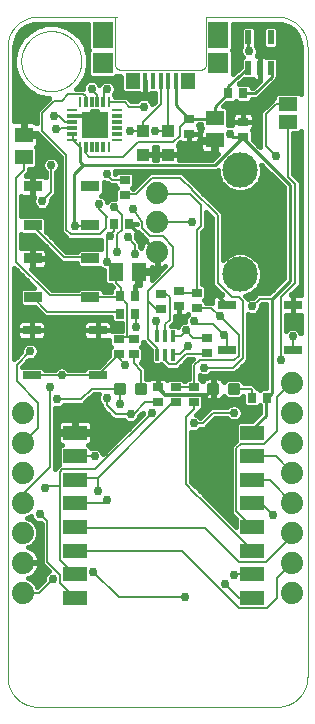
<source format=gtl>
G75*
%MOIN*%
%OFA0B0*%
%FSLAX25Y25*%
%IPPOS*%
%LPD*%
%AMOC8*
5,1,8,0,0,1.08239X$1,22.5*
%
%ADD10C,0.00000*%
%ADD11R,0.05906X0.05118*%
%ADD12R,0.05118X0.05906*%
%ADD13C,0.01181*%
%ADD14R,0.01575X0.05709*%
%ADD15R,0.06693X0.08661*%
%ADD16R,0.06693X0.07087*%
%ADD17R,0.04724X0.05709*%
%ADD18R,0.05906X0.03543*%
%ADD19R,0.03937X0.03937*%
%ADD20R,0.06000X0.03000*%
%ADD21R,0.06300X0.04600*%
%ADD22R,0.02165X0.04724*%
%ADD23R,0.01181X0.03898*%
%ADD24R,0.07874X0.04724*%
%ADD25R,0.03200X0.01100*%
%ADD26R,0.03200X0.01200*%
%ADD27R,0.01100X0.03200*%
%ADD28R,0.01200X0.03200*%
%ADD29R,0.09000X0.09000*%
%ADD30R,0.03543X0.02756*%
%ADD31R,0.02756X0.03543*%
%ADD32C,0.07400*%
%ADD33C,0.11811*%
%ADD34C,0.01000*%
%ADD35C,0.00800*%
%ADD36C,0.03000*%
%ADD37C,0.01600*%
%ADD38C,0.01200*%
D10*
X0002800Y0011000D02*
X0002800Y0221000D01*
X0002803Y0221242D01*
X0002812Y0221483D01*
X0002826Y0221724D01*
X0002847Y0221965D01*
X0002873Y0222205D01*
X0002905Y0222445D01*
X0002943Y0222684D01*
X0002986Y0222921D01*
X0003036Y0223158D01*
X0003091Y0223393D01*
X0003151Y0223627D01*
X0003218Y0223859D01*
X0003289Y0224090D01*
X0003367Y0224319D01*
X0003450Y0224546D01*
X0003538Y0224771D01*
X0003632Y0224994D01*
X0003731Y0225214D01*
X0003836Y0225432D01*
X0003945Y0225647D01*
X0004060Y0225860D01*
X0004180Y0226070D01*
X0004305Y0226276D01*
X0004435Y0226480D01*
X0004570Y0226681D01*
X0004710Y0226878D01*
X0004854Y0227072D01*
X0005003Y0227262D01*
X0005157Y0227448D01*
X0005315Y0227631D01*
X0005477Y0227810D01*
X0005644Y0227985D01*
X0005815Y0228156D01*
X0005990Y0228323D01*
X0006169Y0228485D01*
X0006352Y0228643D01*
X0006538Y0228797D01*
X0006728Y0228946D01*
X0006922Y0229090D01*
X0007119Y0229230D01*
X0007320Y0229365D01*
X0007524Y0229495D01*
X0007730Y0229620D01*
X0007940Y0229740D01*
X0008153Y0229855D01*
X0008368Y0229964D01*
X0008586Y0230069D01*
X0008806Y0230168D01*
X0009029Y0230262D01*
X0009254Y0230350D01*
X0009481Y0230433D01*
X0009710Y0230511D01*
X0009941Y0230582D01*
X0010173Y0230649D01*
X0010407Y0230709D01*
X0010642Y0230764D01*
X0010879Y0230814D01*
X0011116Y0230857D01*
X0011355Y0230895D01*
X0011595Y0230927D01*
X0011835Y0230953D01*
X0012076Y0230974D01*
X0012317Y0230988D01*
X0012558Y0230997D01*
X0012800Y0231000D01*
X0039300Y0231000D01*
X0038700Y0231000D02*
X0038700Y0214961D01*
X0038701Y0214882D01*
X0038705Y0214804D01*
X0038714Y0214726D01*
X0038726Y0214649D01*
X0038742Y0214572D01*
X0038763Y0214497D01*
X0038787Y0214422D01*
X0038814Y0214349D01*
X0038846Y0214277D01*
X0038881Y0214207D01*
X0038919Y0214139D01*
X0038961Y0214073D01*
X0039006Y0214009D01*
X0039054Y0213947D01*
X0039106Y0213888D01*
X0039160Y0213831D01*
X0039217Y0213778D01*
X0039277Y0213727D01*
X0039339Y0213680D01*
X0039404Y0213635D01*
X0039471Y0213594D01*
X0039539Y0213557D01*
X0039610Y0213523D01*
X0039682Y0213492D01*
X0039756Y0213466D01*
X0039831Y0213443D01*
X0039907Y0213424D01*
X0039984Y0213408D01*
X0040061Y0213397D01*
X0040139Y0213390D01*
X0040217Y0213386D01*
X0067383Y0213386D01*
X0067461Y0213390D01*
X0067539Y0213397D01*
X0067616Y0213408D01*
X0067693Y0213424D01*
X0067769Y0213443D01*
X0067844Y0213466D01*
X0067918Y0213492D01*
X0067990Y0213523D01*
X0068061Y0213557D01*
X0068129Y0213594D01*
X0068196Y0213635D01*
X0068261Y0213680D01*
X0068323Y0213727D01*
X0068383Y0213778D01*
X0068440Y0213831D01*
X0068494Y0213888D01*
X0068546Y0213947D01*
X0068594Y0214009D01*
X0068639Y0214073D01*
X0068681Y0214139D01*
X0068719Y0214207D01*
X0068754Y0214277D01*
X0068786Y0214349D01*
X0068813Y0214422D01*
X0068837Y0214497D01*
X0068858Y0214572D01*
X0068874Y0214649D01*
X0068886Y0214726D01*
X0068895Y0214804D01*
X0068899Y0214882D01*
X0068900Y0214961D01*
X0068900Y0231000D01*
X0069300Y0231000D02*
X0092800Y0231000D01*
X0093042Y0230997D01*
X0093283Y0230988D01*
X0093524Y0230974D01*
X0093765Y0230953D01*
X0094005Y0230927D01*
X0094245Y0230895D01*
X0094484Y0230857D01*
X0094721Y0230814D01*
X0094958Y0230764D01*
X0095193Y0230709D01*
X0095427Y0230649D01*
X0095659Y0230582D01*
X0095890Y0230511D01*
X0096119Y0230433D01*
X0096346Y0230350D01*
X0096571Y0230262D01*
X0096794Y0230168D01*
X0097014Y0230069D01*
X0097232Y0229964D01*
X0097447Y0229855D01*
X0097660Y0229740D01*
X0097870Y0229620D01*
X0098076Y0229495D01*
X0098280Y0229365D01*
X0098481Y0229230D01*
X0098678Y0229090D01*
X0098872Y0228946D01*
X0099062Y0228797D01*
X0099248Y0228643D01*
X0099431Y0228485D01*
X0099610Y0228323D01*
X0099785Y0228156D01*
X0099956Y0227985D01*
X0100123Y0227810D01*
X0100285Y0227631D01*
X0100443Y0227448D01*
X0100597Y0227262D01*
X0100746Y0227072D01*
X0100890Y0226878D01*
X0101030Y0226681D01*
X0101165Y0226480D01*
X0101295Y0226276D01*
X0101420Y0226070D01*
X0101540Y0225860D01*
X0101655Y0225647D01*
X0101764Y0225432D01*
X0101869Y0225214D01*
X0101968Y0224994D01*
X0102062Y0224771D01*
X0102150Y0224546D01*
X0102233Y0224319D01*
X0102311Y0224090D01*
X0102382Y0223859D01*
X0102449Y0223627D01*
X0102509Y0223393D01*
X0102564Y0223158D01*
X0102614Y0222921D01*
X0102657Y0222684D01*
X0102695Y0222445D01*
X0102727Y0222205D01*
X0102753Y0221965D01*
X0102774Y0221724D01*
X0102788Y0221483D01*
X0102797Y0221242D01*
X0102800Y0221000D01*
X0102800Y0011000D01*
X0102797Y0010758D01*
X0102788Y0010517D01*
X0102774Y0010276D01*
X0102753Y0010035D01*
X0102727Y0009795D01*
X0102695Y0009555D01*
X0102657Y0009316D01*
X0102614Y0009079D01*
X0102564Y0008842D01*
X0102509Y0008607D01*
X0102449Y0008373D01*
X0102382Y0008141D01*
X0102311Y0007910D01*
X0102233Y0007681D01*
X0102150Y0007454D01*
X0102062Y0007229D01*
X0101968Y0007006D01*
X0101869Y0006786D01*
X0101764Y0006568D01*
X0101655Y0006353D01*
X0101540Y0006140D01*
X0101420Y0005930D01*
X0101295Y0005724D01*
X0101165Y0005520D01*
X0101030Y0005319D01*
X0100890Y0005122D01*
X0100746Y0004928D01*
X0100597Y0004738D01*
X0100443Y0004552D01*
X0100285Y0004369D01*
X0100123Y0004190D01*
X0099956Y0004015D01*
X0099785Y0003844D01*
X0099610Y0003677D01*
X0099431Y0003515D01*
X0099248Y0003357D01*
X0099062Y0003203D01*
X0098872Y0003054D01*
X0098678Y0002910D01*
X0098481Y0002770D01*
X0098280Y0002635D01*
X0098076Y0002505D01*
X0097870Y0002380D01*
X0097660Y0002260D01*
X0097447Y0002145D01*
X0097232Y0002036D01*
X0097014Y0001931D01*
X0096794Y0001832D01*
X0096571Y0001738D01*
X0096346Y0001650D01*
X0096119Y0001567D01*
X0095890Y0001489D01*
X0095659Y0001418D01*
X0095427Y0001351D01*
X0095193Y0001291D01*
X0094958Y0001236D01*
X0094721Y0001186D01*
X0094484Y0001143D01*
X0094245Y0001105D01*
X0094005Y0001073D01*
X0093765Y0001047D01*
X0093524Y0001026D01*
X0093283Y0001012D01*
X0093042Y0001003D01*
X0092800Y0001000D01*
X0012800Y0001000D01*
X0012558Y0001003D01*
X0012317Y0001012D01*
X0012076Y0001026D01*
X0011835Y0001047D01*
X0011595Y0001073D01*
X0011355Y0001105D01*
X0011116Y0001143D01*
X0010879Y0001186D01*
X0010642Y0001236D01*
X0010407Y0001291D01*
X0010173Y0001351D01*
X0009941Y0001418D01*
X0009710Y0001489D01*
X0009481Y0001567D01*
X0009254Y0001650D01*
X0009029Y0001738D01*
X0008806Y0001832D01*
X0008586Y0001931D01*
X0008368Y0002036D01*
X0008153Y0002145D01*
X0007940Y0002260D01*
X0007730Y0002380D01*
X0007524Y0002505D01*
X0007320Y0002635D01*
X0007119Y0002770D01*
X0006922Y0002910D01*
X0006728Y0003054D01*
X0006538Y0003203D01*
X0006352Y0003357D01*
X0006169Y0003515D01*
X0005990Y0003677D01*
X0005815Y0003844D01*
X0005644Y0004015D01*
X0005477Y0004190D01*
X0005315Y0004369D01*
X0005157Y0004552D01*
X0005003Y0004738D01*
X0004854Y0004928D01*
X0004710Y0005122D01*
X0004570Y0005319D01*
X0004435Y0005520D01*
X0004305Y0005724D01*
X0004180Y0005930D01*
X0004060Y0006140D01*
X0003945Y0006353D01*
X0003836Y0006568D01*
X0003731Y0006786D01*
X0003632Y0007006D01*
X0003538Y0007229D01*
X0003450Y0007454D01*
X0003367Y0007681D01*
X0003289Y0007910D01*
X0003218Y0008141D01*
X0003151Y0008373D01*
X0003091Y0008607D01*
X0003036Y0008842D01*
X0002986Y0009079D01*
X0002943Y0009316D01*
X0002905Y0009555D01*
X0002873Y0009795D01*
X0002847Y0010035D01*
X0002826Y0010276D01*
X0002812Y0010517D01*
X0002803Y0010758D01*
X0002800Y0011000D01*
X0007400Y0216200D02*
X0007403Y0216445D01*
X0007412Y0216691D01*
X0007427Y0216936D01*
X0007448Y0217180D01*
X0007475Y0217424D01*
X0007508Y0217667D01*
X0007547Y0217910D01*
X0007592Y0218151D01*
X0007643Y0218391D01*
X0007700Y0218630D01*
X0007762Y0218867D01*
X0007831Y0219103D01*
X0007905Y0219337D01*
X0007985Y0219569D01*
X0008070Y0219799D01*
X0008161Y0220027D01*
X0008258Y0220252D01*
X0008360Y0220476D01*
X0008468Y0220696D01*
X0008581Y0220914D01*
X0008699Y0221129D01*
X0008823Y0221341D01*
X0008951Y0221550D01*
X0009085Y0221756D01*
X0009224Y0221958D01*
X0009368Y0222157D01*
X0009517Y0222352D01*
X0009670Y0222544D01*
X0009828Y0222732D01*
X0009990Y0222916D01*
X0010158Y0223095D01*
X0010329Y0223271D01*
X0010505Y0223442D01*
X0010684Y0223610D01*
X0010868Y0223772D01*
X0011056Y0223930D01*
X0011248Y0224083D01*
X0011443Y0224232D01*
X0011642Y0224376D01*
X0011844Y0224515D01*
X0012050Y0224649D01*
X0012259Y0224777D01*
X0012471Y0224901D01*
X0012686Y0225019D01*
X0012904Y0225132D01*
X0013124Y0225240D01*
X0013348Y0225342D01*
X0013573Y0225439D01*
X0013801Y0225530D01*
X0014031Y0225615D01*
X0014263Y0225695D01*
X0014497Y0225769D01*
X0014733Y0225838D01*
X0014970Y0225900D01*
X0015209Y0225957D01*
X0015449Y0226008D01*
X0015690Y0226053D01*
X0015933Y0226092D01*
X0016176Y0226125D01*
X0016420Y0226152D01*
X0016664Y0226173D01*
X0016909Y0226188D01*
X0017155Y0226197D01*
X0017400Y0226200D01*
X0017645Y0226197D01*
X0017891Y0226188D01*
X0018136Y0226173D01*
X0018380Y0226152D01*
X0018624Y0226125D01*
X0018867Y0226092D01*
X0019110Y0226053D01*
X0019351Y0226008D01*
X0019591Y0225957D01*
X0019830Y0225900D01*
X0020067Y0225838D01*
X0020303Y0225769D01*
X0020537Y0225695D01*
X0020769Y0225615D01*
X0020999Y0225530D01*
X0021227Y0225439D01*
X0021452Y0225342D01*
X0021676Y0225240D01*
X0021896Y0225132D01*
X0022114Y0225019D01*
X0022329Y0224901D01*
X0022541Y0224777D01*
X0022750Y0224649D01*
X0022956Y0224515D01*
X0023158Y0224376D01*
X0023357Y0224232D01*
X0023552Y0224083D01*
X0023744Y0223930D01*
X0023932Y0223772D01*
X0024116Y0223610D01*
X0024295Y0223442D01*
X0024471Y0223271D01*
X0024642Y0223095D01*
X0024810Y0222916D01*
X0024972Y0222732D01*
X0025130Y0222544D01*
X0025283Y0222352D01*
X0025432Y0222157D01*
X0025576Y0221958D01*
X0025715Y0221756D01*
X0025849Y0221550D01*
X0025977Y0221341D01*
X0026101Y0221129D01*
X0026219Y0220914D01*
X0026332Y0220696D01*
X0026440Y0220476D01*
X0026542Y0220252D01*
X0026639Y0220027D01*
X0026730Y0219799D01*
X0026815Y0219569D01*
X0026895Y0219337D01*
X0026969Y0219103D01*
X0027038Y0218867D01*
X0027100Y0218630D01*
X0027157Y0218391D01*
X0027208Y0218151D01*
X0027253Y0217910D01*
X0027292Y0217667D01*
X0027325Y0217424D01*
X0027352Y0217180D01*
X0027373Y0216936D01*
X0027388Y0216691D01*
X0027397Y0216445D01*
X0027400Y0216200D01*
X0027397Y0215955D01*
X0027388Y0215709D01*
X0027373Y0215464D01*
X0027352Y0215220D01*
X0027325Y0214976D01*
X0027292Y0214733D01*
X0027253Y0214490D01*
X0027208Y0214249D01*
X0027157Y0214009D01*
X0027100Y0213770D01*
X0027038Y0213533D01*
X0026969Y0213297D01*
X0026895Y0213063D01*
X0026815Y0212831D01*
X0026730Y0212601D01*
X0026639Y0212373D01*
X0026542Y0212148D01*
X0026440Y0211924D01*
X0026332Y0211704D01*
X0026219Y0211486D01*
X0026101Y0211271D01*
X0025977Y0211059D01*
X0025849Y0210850D01*
X0025715Y0210644D01*
X0025576Y0210442D01*
X0025432Y0210243D01*
X0025283Y0210048D01*
X0025130Y0209856D01*
X0024972Y0209668D01*
X0024810Y0209484D01*
X0024642Y0209305D01*
X0024471Y0209129D01*
X0024295Y0208958D01*
X0024116Y0208790D01*
X0023932Y0208628D01*
X0023744Y0208470D01*
X0023552Y0208317D01*
X0023357Y0208168D01*
X0023158Y0208024D01*
X0022956Y0207885D01*
X0022750Y0207751D01*
X0022541Y0207623D01*
X0022329Y0207499D01*
X0022114Y0207381D01*
X0021896Y0207268D01*
X0021676Y0207160D01*
X0021452Y0207058D01*
X0021227Y0206961D01*
X0020999Y0206870D01*
X0020769Y0206785D01*
X0020537Y0206705D01*
X0020303Y0206631D01*
X0020067Y0206562D01*
X0019830Y0206500D01*
X0019591Y0206443D01*
X0019351Y0206392D01*
X0019110Y0206347D01*
X0018867Y0206308D01*
X0018624Y0206275D01*
X0018380Y0206248D01*
X0018136Y0206227D01*
X0017891Y0206212D01*
X0017645Y0206203D01*
X0017400Y0206200D01*
X0017155Y0206203D01*
X0016909Y0206212D01*
X0016664Y0206227D01*
X0016420Y0206248D01*
X0016176Y0206275D01*
X0015933Y0206308D01*
X0015690Y0206347D01*
X0015449Y0206392D01*
X0015209Y0206443D01*
X0014970Y0206500D01*
X0014733Y0206562D01*
X0014497Y0206631D01*
X0014263Y0206705D01*
X0014031Y0206785D01*
X0013801Y0206870D01*
X0013573Y0206961D01*
X0013348Y0207058D01*
X0013124Y0207160D01*
X0012904Y0207268D01*
X0012686Y0207381D01*
X0012471Y0207499D01*
X0012259Y0207623D01*
X0012050Y0207751D01*
X0011844Y0207885D01*
X0011642Y0208024D01*
X0011443Y0208168D01*
X0011248Y0208317D01*
X0011056Y0208470D01*
X0010868Y0208628D01*
X0010684Y0208790D01*
X0010505Y0208958D01*
X0010329Y0209129D01*
X0010158Y0209305D01*
X0009990Y0209484D01*
X0009828Y0209668D01*
X0009670Y0209856D01*
X0009517Y0210048D01*
X0009368Y0210243D01*
X0009224Y0210442D01*
X0009085Y0210644D01*
X0008951Y0210850D01*
X0008823Y0211059D01*
X0008699Y0211271D01*
X0008581Y0211486D01*
X0008468Y0211704D01*
X0008360Y0211924D01*
X0008258Y0212148D01*
X0008161Y0212373D01*
X0008070Y0212601D01*
X0007985Y0212831D01*
X0007905Y0213063D01*
X0007831Y0213297D01*
X0007762Y0213533D01*
X0007700Y0213770D01*
X0007643Y0214009D01*
X0007592Y0214249D01*
X0007547Y0214490D01*
X0007508Y0214733D01*
X0007475Y0214976D01*
X0007448Y0215220D01*
X0007427Y0215464D01*
X0007412Y0215709D01*
X0007403Y0215955D01*
X0007400Y0216200D01*
D11*
X0008300Y0191740D03*
X0008300Y0184260D03*
X0071800Y0189760D03*
X0071800Y0197240D03*
D12*
X0046540Y0146000D03*
X0039060Y0146000D03*
D13*
X0041725Y0108378D02*
X0041725Y0105622D01*
X0038969Y0105622D01*
X0038969Y0108378D01*
X0041725Y0108378D01*
X0041725Y0106802D02*
X0038969Y0106802D01*
X0038969Y0107982D02*
X0041725Y0107982D01*
X0048631Y0108378D02*
X0048631Y0105622D01*
X0045875Y0105622D01*
X0045875Y0108378D01*
X0048631Y0108378D01*
X0048631Y0106802D02*
X0045875Y0106802D01*
X0045875Y0107982D02*
X0048631Y0107982D01*
X0072725Y0108378D02*
X0072725Y0105622D01*
X0069969Y0105622D01*
X0069969Y0108378D01*
X0072725Y0108378D01*
X0072725Y0106802D02*
X0069969Y0106802D01*
X0069969Y0107982D02*
X0072725Y0107982D01*
X0079631Y0108378D02*
X0079631Y0105622D01*
X0076875Y0105622D01*
X0076875Y0108378D01*
X0079631Y0108378D01*
X0079631Y0106802D02*
X0076875Y0106802D01*
X0076875Y0107982D02*
X0079631Y0107982D01*
D14*
X0058918Y0209744D03*
X0056359Y0209744D03*
X0053800Y0209744D03*
X0051241Y0209744D03*
X0048682Y0209744D03*
D15*
X0034509Y0225000D03*
X0073091Y0225000D03*
D16*
X0073091Y0215551D03*
X0034509Y0215551D03*
D17*
X0044548Y0209744D03*
X0063052Y0209744D03*
D18*
X0030446Y0174496D03*
X0030446Y0161504D03*
X0030446Y0150496D03*
X0030446Y0137504D03*
X0011154Y0137504D03*
X0011154Y0150496D03*
X0011154Y0161504D03*
X0011154Y0174496D03*
D19*
X0047800Y0185063D03*
X0047800Y0192937D03*
X0056300Y0192937D03*
X0056300Y0185063D03*
D20*
X0075800Y0135000D03*
X0075800Y0120000D03*
X0097800Y0120000D03*
X0097800Y0135000D03*
X0032800Y0126500D03*
X0032800Y0111500D03*
X0010800Y0111500D03*
X0010800Y0126500D03*
D21*
X0096300Y0196000D03*
X0096300Y0202000D03*
D22*
X0090540Y0213882D03*
X0086800Y0213882D03*
X0083060Y0213882D03*
X0083060Y0224118D03*
X0090540Y0224118D03*
D23*
X0057859Y0124689D03*
X0055300Y0124689D03*
X0052741Y0124689D03*
X0052741Y0118350D03*
X0055300Y0118350D03*
X0057859Y0118350D03*
D24*
X0084328Y0092402D03*
X0084328Y0084528D03*
X0084328Y0076654D03*
X0084328Y0068780D03*
X0084328Y0060906D03*
X0084328Y0053031D03*
X0084328Y0045157D03*
X0084328Y0037283D03*
X0025272Y0037283D03*
X0025272Y0045157D03*
X0025272Y0053031D03*
X0025272Y0060906D03*
X0025272Y0068780D03*
X0025272Y0076654D03*
X0025272Y0084528D03*
X0025272Y0092402D03*
D25*
X0024350Y0190079D03*
X0024350Y0199921D03*
X0039250Y0199921D03*
X0039250Y0190079D03*
D26*
X0039250Y0192047D03*
X0039250Y0194016D03*
X0039250Y0195984D03*
X0039250Y0197953D03*
X0024350Y0197953D03*
X0024350Y0195984D03*
X0024350Y0194016D03*
X0024350Y0192047D03*
D27*
X0026879Y0187550D03*
X0026879Y0202450D03*
X0036721Y0202450D03*
X0036721Y0187550D03*
D28*
X0034753Y0187550D03*
X0032784Y0187550D03*
X0030816Y0187550D03*
X0028847Y0187550D03*
X0028847Y0202450D03*
X0030816Y0202450D03*
X0032784Y0202450D03*
X0034753Y0202450D03*
D29*
X0031800Y0195000D03*
D30*
X0041800Y0176559D03*
X0041800Y0171441D03*
X0053800Y0138559D03*
X0053800Y0133441D03*
X0059800Y0134441D03*
X0059800Y0139559D03*
X0065800Y0139059D03*
X0065800Y0133941D03*
X0069300Y0124059D03*
X0069300Y0118941D03*
X0064800Y0107559D03*
X0064800Y0102441D03*
X0058800Y0102441D03*
X0058800Y0107559D03*
X0052800Y0107559D03*
X0052800Y0102441D03*
X0044800Y0118441D03*
X0044800Y0123559D03*
X0039800Y0123559D03*
X0039800Y0118441D03*
X0063300Y0191941D03*
X0063300Y0197059D03*
X0081300Y0196059D03*
X0081300Y0190941D03*
D31*
X0081359Y0205500D03*
X0076241Y0205500D03*
X0045359Y0138000D03*
X0045359Y0132000D03*
X0040241Y0132000D03*
X0040241Y0138000D03*
X0038241Y0162000D03*
X0043359Y0162000D03*
X0084241Y0104000D03*
X0089359Y0104000D03*
D32*
X0097600Y0099000D03*
X0097600Y0089000D03*
X0097600Y0079000D03*
X0097600Y0069000D03*
X0097600Y0059000D03*
X0097600Y0049000D03*
X0097600Y0039000D03*
X0097600Y0109000D03*
X0052741Y0152657D03*
X0052741Y0162500D03*
X0052741Y0172343D03*
X0008000Y0099000D03*
X0008000Y0089000D03*
X0008000Y0079000D03*
X0008000Y0069000D03*
X0008000Y0059000D03*
X0008000Y0049000D03*
X0008000Y0039000D03*
D33*
X0080300Y0145177D03*
X0080300Y0179823D03*
D34*
X0071859Y0181500D02*
X0081300Y0190941D01*
X0077859Y0190941D01*
X0076900Y0192000D01*
X0081300Y0190941D02*
X0081300Y0190500D01*
X0096800Y0175000D01*
X0096800Y0143000D01*
X0090800Y0137000D01*
X0090800Y0105441D01*
X0089359Y0104000D01*
X0088800Y0103441D01*
X0088800Y0098000D01*
X0084328Y0093528D01*
X0084328Y0092402D01*
X0071859Y0181500D02*
X0027800Y0181500D01*
X0026879Y0182421D01*
X0026879Y0187550D01*
X0027800Y0181500D02*
X0024800Y0178500D01*
X0024800Y0161700D01*
X0025200Y0161300D01*
X0063300Y0197059D02*
X0058918Y0201441D01*
X0058918Y0209744D01*
X0063300Y0197059D02*
X0071619Y0197059D01*
X0071800Y0197240D01*
X0071800Y0201059D01*
X0076241Y0205500D01*
X0076241Y0208063D01*
X0083060Y0213882D01*
X0083300Y0219500D02*
X0083060Y0220240D01*
X0083060Y0224118D01*
X0090800Y0214622D02*
X0090800Y0211000D01*
X0085300Y0205500D01*
X0081359Y0205500D01*
X0090540Y0213882D02*
X0090800Y0214622D01*
D35*
X0092300Y0202000D02*
X0096300Y0202000D01*
X0096300Y0196000D02*
X0096300Y0177700D01*
X0098700Y0175300D01*
X0098700Y0142400D01*
X0093800Y0137500D01*
X0093800Y0116500D01*
X0097600Y0109000D02*
X0097300Y0108800D01*
X0092600Y0104100D01*
X0092600Y0092900D01*
X0088200Y0088500D01*
X0080500Y0088500D01*
X0079100Y0087100D01*
X0079100Y0066100D01*
X0084000Y0061200D01*
X0084328Y0060906D01*
X0084328Y0068780D02*
X0084700Y0068900D01*
X0087400Y0068900D01*
X0091300Y0065000D01*
X0097600Y0069000D02*
X0090146Y0076654D01*
X0084328Y0076654D01*
X0084700Y0077300D01*
X0084328Y0084528D02*
X0092272Y0084528D01*
X0097600Y0079000D01*
X0097600Y0059000D02*
X0097800Y0058200D01*
X0088900Y0049300D01*
X0079800Y0049300D01*
X0068600Y0060500D01*
X0025900Y0060500D01*
X0025272Y0060906D01*
X0025272Y0068780D02*
X0034580Y0068780D01*
X0035800Y0070000D01*
X0032900Y0072900D02*
X0032900Y0077300D01*
X0025900Y0077300D01*
X0025272Y0076654D01*
X0025272Y0084528D02*
X0025900Y0085000D01*
X0026400Y0084500D01*
X0031800Y0084500D01*
X0032100Y0080100D02*
X0050800Y0098800D01*
X0052800Y0102441D02*
X0048741Y0102441D01*
X0044800Y0098500D01*
X0043800Y0098500D01*
X0038800Y0098500D01*
X0035800Y0101500D01*
X0035800Y0104000D01*
X0039900Y0106000D02*
X0040347Y0107000D01*
X0040347Y0102047D01*
X0040300Y0102000D01*
X0040347Y0107000D02*
X0030800Y0107000D01*
X0027300Y0103500D01*
X0019300Y0103500D01*
X0016800Y0107500D02*
X0016800Y0080800D01*
X0008400Y0072400D01*
X0008400Y0069600D01*
X0008000Y0069000D01*
X0013500Y0065200D02*
X0016100Y0062800D01*
X0016100Y0049200D01*
X0020300Y0045000D01*
X0020300Y0042256D01*
X0025272Y0037283D01*
X0025200Y0037400D01*
X0025200Y0045100D02*
X0025272Y0045157D01*
X0025200Y0045100D02*
X0020300Y0050000D01*
X0020300Y0074500D01*
X0015800Y0074500D01*
X0015300Y0074000D01*
X0020300Y0074500D02*
X0020300Y0079400D01*
X0021000Y0080100D01*
X0032100Y0080100D01*
X0032900Y0077300D02*
X0057400Y0101800D01*
X0058800Y0101800D01*
X0058800Y0102441D01*
X0058800Y0107559D02*
X0064800Y0107559D01*
X0065100Y0107400D01*
X0064800Y0107559D02*
X0065100Y0108100D01*
X0065100Y0114800D01*
X0066800Y0116500D01*
X0078400Y0116500D01*
X0079800Y0117900D01*
X0079800Y0124900D01*
X0073500Y0131200D01*
X0070759Y0133941D01*
X0065800Y0133941D01*
X0065800Y0138200D02*
X0065800Y0139059D01*
X0060300Y0139059D01*
X0059800Y0139559D01*
X0056800Y0137500D02*
X0055741Y0138559D01*
X0053800Y0138559D01*
X0053200Y0137500D01*
X0053800Y0133441D02*
X0052859Y0132941D01*
X0049700Y0136100D01*
X0049700Y0123500D01*
X0052500Y0120700D01*
X0052500Y0118600D01*
X0052741Y0118350D01*
X0055300Y0118350D02*
X0055300Y0116500D01*
X0056700Y0115100D01*
X0058800Y0115100D01*
X0062300Y0118600D01*
X0069300Y0118600D01*
X0069300Y0118941D01*
X0068300Y0114000D02*
X0078000Y0114000D01*
X0081200Y0117200D01*
X0081200Y0136100D01*
X0079800Y0137500D01*
X0077700Y0137500D01*
X0072800Y0142400D01*
X0072800Y0164800D01*
X0064400Y0173200D01*
X0064500Y0173200D01*
X0060300Y0177400D01*
X0051100Y0177400D01*
X0045500Y0171800D01*
X0042000Y0171800D01*
X0041800Y0171441D01*
X0041800Y0176559D02*
X0037741Y0176559D01*
X0035800Y0178500D01*
X0033300Y0168500D02*
X0033300Y0167000D01*
X0035950Y0164350D01*
X0035700Y0164100D01*
X0035700Y0160600D01*
X0033600Y0158500D01*
X0023800Y0158500D01*
X0022400Y0159900D01*
X0022400Y0184900D01*
X0014300Y0193000D01*
X0014300Y0199000D01*
X0018300Y0203000D01*
X0020800Y0203000D01*
X0023000Y0205200D01*
X0028100Y0205200D01*
X0028800Y0204500D01*
X0028800Y0202497D01*
X0028847Y0202450D01*
X0028700Y0202600D01*
X0032784Y0205016D02*
X0030800Y0207000D01*
X0032784Y0205016D02*
X0032784Y0202450D01*
X0034753Y0202450D02*
X0035000Y0202600D01*
X0035000Y0205900D01*
X0035900Y0206800D01*
X0036771Y0202500D02*
X0036721Y0202450D01*
X0036771Y0202500D02*
X0041800Y0202500D01*
X0043300Y0201000D01*
X0048300Y0201000D01*
X0047800Y0196000D02*
X0047800Y0192937D01*
X0044863Y0192937D01*
X0043600Y0193000D01*
X0046200Y0189300D02*
X0058100Y0189300D01*
X0060200Y0191400D01*
X0060200Y0194200D01*
X0063000Y0197000D01*
X0063300Y0197059D01*
X0056300Y0192937D02*
X0056300Y0209685D01*
X0056359Y0209744D01*
X0053800Y0209744D02*
X0053800Y0202000D01*
X0047800Y0196000D01*
X0046200Y0189300D02*
X0041300Y0184400D01*
X0030100Y0184400D01*
X0028700Y0185800D01*
X0028700Y0187200D01*
X0028847Y0187550D01*
X0026879Y0187550D02*
X0026600Y0187900D01*
X0024500Y0190000D01*
X0024350Y0190079D01*
X0024500Y0190000D02*
X0024500Y0192100D01*
X0024350Y0192047D01*
X0024334Y0194000D02*
X0024350Y0194016D01*
X0024334Y0194000D02*
X0020800Y0194000D01*
X0020300Y0193500D01*
X0018800Y0193500D01*
X0021800Y0196000D02*
X0019800Y0198000D01*
X0018300Y0198000D01*
X0021800Y0196000D02*
X0024334Y0196000D01*
X0024350Y0195984D01*
X0017300Y0181500D02*
X0017300Y0172500D01*
X0014300Y0169500D01*
X0011154Y0161504D02*
X0011200Y0161300D01*
X0021700Y0150800D01*
X0030100Y0150800D01*
X0030446Y0150496D01*
X0030100Y0161300D02*
X0025200Y0161300D01*
X0030100Y0161300D02*
X0030446Y0161504D01*
X0035800Y0157000D02*
X0035800Y0149260D01*
X0039060Y0146000D01*
X0039060Y0142240D01*
X0040600Y0140700D01*
X0040600Y0138200D01*
X0040241Y0138000D01*
X0039900Y0137500D01*
X0030800Y0137500D01*
X0030446Y0137504D01*
X0030100Y0138200D01*
X0016800Y0138200D01*
X0005600Y0149400D01*
X0005600Y0177300D01*
X0008300Y0180000D01*
X0008300Y0184260D01*
X0011154Y0137504D02*
X0011200Y0137500D01*
X0016100Y0132600D01*
X0039900Y0132600D01*
X0040241Y0132000D01*
X0042700Y0135400D02*
X0040600Y0137500D01*
X0040241Y0138000D01*
X0042700Y0135400D02*
X0042700Y0124200D01*
X0039900Y0124200D01*
X0039800Y0123559D01*
X0039800Y0118441D02*
X0039800Y0117100D01*
X0042000Y0114900D01*
X0039200Y0117900D02*
X0039800Y0118441D01*
X0039200Y0117900D02*
X0032800Y0111500D01*
X0032200Y0111600D01*
X0020800Y0111600D01*
X0011200Y0111600D01*
X0010800Y0111500D01*
X0005800Y0109500D02*
X0013100Y0102200D01*
X0013100Y0093900D01*
X0008400Y0089200D01*
X0008000Y0089000D01*
X0005800Y0109500D02*
X0005800Y0115000D01*
X0010300Y0119500D01*
X0032800Y0073000D02*
X0032900Y0072900D01*
X0025272Y0053031D02*
X0025900Y0052800D01*
X0060900Y0052800D01*
X0079800Y0033900D01*
X0089400Y0033900D01*
X0092600Y0037100D01*
X0092600Y0043900D01*
X0097300Y0048600D01*
X0097600Y0049000D01*
X0084328Y0045157D02*
X0078143Y0045157D01*
X0078300Y0045000D01*
X0075300Y0042000D02*
X0079900Y0037400D01*
X0084000Y0037400D01*
X0084328Y0037283D01*
X0084328Y0053031D02*
X0084000Y0053500D01*
X0067900Y0069600D01*
X0065100Y0072400D01*
X0062300Y0075200D01*
X0062300Y0097500D01*
X0065100Y0100300D01*
X0065100Y0101800D01*
X0064800Y0102441D01*
X0064800Y0095500D02*
X0067800Y0095500D01*
X0071300Y0099000D01*
X0078300Y0099000D01*
X0078253Y0107000D02*
X0083800Y0107000D01*
X0084300Y0106500D01*
X0084300Y0104059D01*
X0084241Y0104000D01*
X0084000Y0103900D01*
X0084000Y0093400D02*
X0084328Y0092402D01*
X0075800Y0120000D02*
X0075800Y0124000D01*
X0074800Y0125000D01*
X0071300Y0128500D01*
X0065800Y0128500D01*
X0064800Y0129500D01*
X0062300Y0126500D02*
X0064741Y0124059D01*
X0069300Y0124059D01*
X0063000Y0121400D02*
X0060200Y0118600D01*
X0058100Y0118600D01*
X0057859Y0118350D01*
X0057859Y0124689D02*
X0060489Y0124689D01*
X0062300Y0126500D01*
X0056800Y0130000D02*
X0056800Y0137500D01*
X0056800Y0130000D02*
X0055300Y0128500D01*
X0055300Y0124689D01*
X0052741Y0124689D02*
X0052741Y0129059D01*
X0052300Y0129500D01*
X0049700Y0136100D02*
X0049700Y0139600D01*
X0058100Y0148000D01*
X0058100Y0154300D01*
X0054600Y0157800D01*
X0050400Y0157800D01*
X0047600Y0160600D01*
X0047600Y0162700D01*
X0044500Y0166800D01*
X0040800Y0165000D02*
X0040800Y0160000D01*
X0039300Y0158500D01*
X0039300Y0152500D01*
X0035800Y0157000D02*
X0036800Y0158000D01*
X0038241Y0159441D01*
X0038241Y0162000D01*
X0038500Y0162000D01*
X0040800Y0165000D02*
X0038300Y0167500D01*
X0042800Y0157500D02*
X0045300Y0155000D01*
X0045300Y0152000D01*
X0046540Y0146000D02*
X0046540Y0141740D01*
X0045359Y0140559D01*
X0045359Y0138000D01*
X0045359Y0132000D02*
X0045500Y0131900D01*
X0045500Y0127700D01*
X0044800Y0124200D02*
X0044800Y0123559D01*
X0044800Y0124200D02*
X0042700Y0124200D01*
X0044800Y0118441D02*
X0044800Y0115500D01*
X0047253Y0113047D01*
X0047253Y0107000D01*
X0065800Y0139059D02*
X0065800Y0159900D01*
X0067200Y0161300D01*
X0067200Y0168300D01*
X0063700Y0171800D01*
X0053200Y0171800D01*
X0052741Y0172343D01*
X0053200Y0162700D02*
X0052741Y0162500D01*
X0053200Y0162700D02*
X0064400Y0162700D01*
X0070300Y0140000D02*
X0070800Y0140000D01*
X0084300Y0134500D02*
X0086800Y0137000D01*
X0090800Y0137000D01*
X0097800Y0124500D02*
X0097800Y0120000D01*
X0071347Y0107000D02*
X0071347Y0105953D01*
X0061800Y0037500D02*
X0039800Y0037500D01*
X0031300Y0046000D01*
X0017800Y0043500D02*
X0013300Y0039000D01*
X0008000Y0039000D01*
X0052000Y0193000D02*
X0056237Y0193000D01*
X0056300Y0192937D01*
X0088800Y0188000D02*
X0088800Y0198500D01*
X0092300Y0202000D01*
X0088800Y0188000D02*
X0092300Y0184500D01*
D36*
X0092300Y0184500D03*
X0084300Y0163000D03*
X0084300Y0134500D03*
X0084300Y0128500D03*
X0087300Y0131500D03*
X0093800Y0116500D03*
X0097800Y0124500D03*
X0098800Y0129500D03*
X0087300Y0115000D03*
X0078300Y0099000D03*
X0074300Y0102000D03*
X0068300Y0114000D03*
X0063000Y0121400D03*
X0062300Y0126500D03*
X0064800Y0129500D03*
X0059800Y0130500D03*
X0052300Y0129500D03*
X0045500Y0127700D03*
X0042000Y0114900D03*
X0035800Y0104000D03*
X0040300Y0102000D03*
X0043800Y0098500D03*
X0050800Y0098800D03*
X0064800Y0095500D03*
X0074800Y0125000D03*
X0073500Y0131200D03*
X0070300Y0140000D03*
X0064400Y0162700D03*
X0069800Y0185000D03*
X0076900Y0192000D03*
X0078300Y0200500D03*
X0083300Y0219500D03*
X0078800Y0223500D03*
X0061300Y0186000D03*
X0052000Y0193000D03*
X0048300Y0201000D03*
X0045300Y0204000D03*
X0043600Y0193000D03*
X0039800Y0206000D03*
X0035900Y0206800D03*
X0031800Y0197000D03*
X0030800Y0207000D03*
X0018300Y0198000D03*
X0018800Y0193500D03*
X0017300Y0181500D03*
X0014300Y0169500D03*
X0018300Y0165000D03*
X0025200Y0161300D03*
X0027800Y0155500D03*
X0026800Y0146000D03*
X0035800Y0149260D03*
X0039300Y0152500D03*
X0036800Y0158000D03*
X0038300Y0167500D03*
X0035800Y0173000D03*
X0035800Y0178500D03*
X0033300Y0168500D03*
X0042800Y0157500D03*
X0045300Y0152000D03*
X0047300Y0157500D03*
X0044500Y0166800D03*
X0046800Y0178000D03*
X0051800Y0146500D03*
X0024300Y0117500D03*
X0020800Y0111600D03*
X0019300Y0103500D03*
X0016800Y0107500D03*
X0010300Y0119500D03*
X0024800Y0099000D03*
X0031800Y0084500D03*
X0032800Y0073000D03*
X0035800Y0070000D03*
X0031300Y0046000D03*
X0017800Y0043500D03*
X0013300Y0044000D03*
X0013500Y0065200D03*
X0015300Y0074000D03*
X0061800Y0037500D03*
X0075300Y0042000D03*
X0078300Y0045000D03*
X0091300Y0065000D03*
X0096800Y0213500D03*
X0007800Y0203500D03*
D37*
X0008997Y0207208D02*
X0005100Y0207208D01*
X0005100Y0208806D02*
X0007466Y0208806D01*
X0007558Y0208648D02*
X0009848Y0206358D01*
X0012652Y0204738D01*
X0015781Y0203900D01*
X0016654Y0203900D01*
X0016500Y0203746D01*
X0012500Y0199746D01*
X0012500Y0195598D01*
X0012358Y0195740D01*
X0011948Y0195977D01*
X0011490Y0196099D01*
X0008780Y0196099D01*
X0008780Y0192220D01*
X0012535Y0192220D01*
X0013554Y0191200D01*
X0013554Y0191200D01*
X0020600Y0184154D01*
X0020600Y0159154D01*
X0021654Y0158100D01*
X0021654Y0158100D01*
X0022000Y0157754D01*
X0023054Y0156700D01*
X0034000Y0156700D01*
X0034000Y0153646D01*
X0033978Y0153668D01*
X0026913Y0153668D01*
X0026093Y0152848D01*
X0026093Y0152600D01*
X0022446Y0152600D01*
X0015507Y0159538D01*
X0015507Y0163855D01*
X0014687Y0164676D01*
X0007622Y0164676D01*
X0007400Y0164454D01*
X0007400Y0171109D01*
X0007507Y0171047D01*
X0007965Y0170924D01*
X0011068Y0170924D01*
X0011068Y0174410D01*
X0011240Y0174410D01*
X0011240Y0170924D01*
X0011751Y0170924D01*
X0011400Y0170077D01*
X0011400Y0168923D01*
X0011841Y0167857D01*
X0012657Y0167041D01*
X0013723Y0166600D01*
X0014877Y0166600D01*
X0015943Y0167041D01*
X0016758Y0167857D01*
X0017200Y0168923D01*
X0017200Y0169854D01*
X0019100Y0171754D01*
X0019100Y0179199D01*
X0019758Y0179857D01*
X0020200Y0180923D01*
X0020200Y0182077D01*
X0019758Y0183143D01*
X0018943Y0183958D01*
X0017877Y0184400D01*
X0016723Y0184400D01*
X0015657Y0183958D01*
X0014841Y0183143D01*
X0014400Y0182077D01*
X0014400Y0180923D01*
X0014841Y0179857D01*
X0015500Y0179199D01*
X0015500Y0177420D01*
X0015212Y0177708D01*
X0014802Y0177945D01*
X0014344Y0178068D01*
X0011240Y0178068D01*
X0011240Y0174582D01*
X0011068Y0174582D01*
X0011068Y0178068D01*
X0008913Y0178068D01*
X0009046Y0178200D01*
X0010100Y0179254D01*
X0010100Y0180301D01*
X0011833Y0180301D01*
X0012653Y0181121D01*
X0012653Y0187399D01*
X0012328Y0187723D01*
X0012358Y0187741D01*
X0012693Y0188076D01*
X0012930Y0188486D01*
X0013053Y0188944D01*
X0013053Y0191261D01*
X0008780Y0191261D01*
X0008780Y0192220D01*
X0007820Y0192220D01*
X0007820Y0196099D01*
X0005110Y0196099D01*
X0005100Y0196096D01*
X0005100Y0221000D01*
X0005195Y0222205D01*
X0005939Y0224496D01*
X0007355Y0226445D01*
X0009304Y0227861D01*
X0011595Y0228605D01*
X0012800Y0228700D01*
X0029762Y0228700D01*
X0029762Y0220089D01*
X0029970Y0219882D01*
X0029762Y0219674D01*
X0029762Y0211428D01*
X0030582Y0210608D01*
X0038435Y0210608D01*
X0039012Y0211185D01*
X0039144Y0211105D01*
X0039247Y0211103D01*
X0039265Y0211086D01*
X0040196Y0211086D01*
X0040786Y0211075D01*
X0040786Y0206310D01*
X0041606Y0205490D01*
X0046749Y0205490D01*
X0046789Y0205449D01*
X0047200Y0205212D01*
X0047658Y0205090D01*
X0048682Y0205090D01*
X0049706Y0205090D01*
X0050164Y0205212D01*
X0050575Y0205449D01*
X0050615Y0205490D01*
X0052000Y0205490D01*
X0052000Y0202746D01*
X0051092Y0201838D01*
X0050758Y0202643D01*
X0049943Y0203458D01*
X0048877Y0203900D01*
X0047723Y0203900D01*
X0046657Y0203458D01*
X0045999Y0202800D01*
X0044046Y0202800D01*
X0043600Y0203246D01*
X0042546Y0204300D01*
X0038671Y0204300D01*
X0038671Y0204630D01*
X0038251Y0205050D01*
X0038358Y0205157D01*
X0038800Y0206223D01*
X0038800Y0207377D01*
X0038358Y0208443D01*
X0037543Y0209258D01*
X0036477Y0209700D01*
X0035323Y0209700D01*
X0034257Y0209258D01*
X0033441Y0208443D01*
X0033391Y0208322D01*
X0033258Y0208643D01*
X0032443Y0209458D01*
X0031377Y0209900D01*
X0030223Y0209900D01*
X0029157Y0209458D01*
X0028341Y0208643D01*
X0027900Y0207577D01*
X0027900Y0207000D01*
X0025595Y0207000D01*
X0027242Y0208648D01*
X0028862Y0211452D01*
X0029700Y0214581D01*
X0029700Y0217819D01*
X0028862Y0220948D01*
X0027242Y0223752D01*
X0024952Y0226042D01*
X0022148Y0227662D01*
X0019019Y0228500D01*
X0015781Y0228500D01*
X0012652Y0227662D01*
X0009848Y0226042D01*
X0007558Y0223752D01*
X0005938Y0220948D01*
X0005100Y0217819D01*
X0005100Y0214581D01*
X0005938Y0211452D01*
X0007558Y0208648D01*
X0006543Y0210405D02*
X0005100Y0210405D01*
X0005100Y0212003D02*
X0005791Y0212003D01*
X0005362Y0213602D02*
X0005100Y0213602D01*
X0005100Y0215201D02*
X0005100Y0215201D01*
X0005100Y0216799D02*
X0005100Y0216799D01*
X0005100Y0218398D02*
X0005255Y0218398D01*
X0005100Y0219996D02*
X0005683Y0219996D01*
X0005147Y0221595D02*
X0006312Y0221595D01*
X0005516Y0223193D02*
X0007235Y0223193D01*
X0006154Y0224792D02*
X0008597Y0224792D01*
X0007316Y0226390D02*
X0010450Y0226390D01*
X0009698Y0227989D02*
X0013872Y0227989D01*
X0020928Y0227989D02*
X0029762Y0227989D01*
X0029762Y0226390D02*
X0024350Y0226390D01*
X0026203Y0224792D02*
X0029762Y0224792D01*
X0029762Y0223193D02*
X0027565Y0223193D01*
X0028488Y0221595D02*
X0029762Y0221595D01*
X0029856Y0219996D02*
X0029117Y0219996D01*
X0029545Y0218398D02*
X0029762Y0218398D01*
X0029762Y0216799D02*
X0029700Y0216799D01*
X0029700Y0215201D02*
X0029762Y0215201D01*
X0029762Y0213602D02*
X0029438Y0213602D01*
X0029762Y0212003D02*
X0029009Y0212003D01*
X0028257Y0210405D02*
X0040786Y0210405D01*
X0040786Y0208806D02*
X0037995Y0208806D01*
X0038800Y0207208D02*
X0040786Y0207208D01*
X0041486Y0205609D02*
X0038546Y0205609D01*
X0039144Y0211105D02*
X0039144Y0211105D01*
X0042835Y0204011D02*
X0052000Y0204011D01*
X0051667Y0202412D02*
X0050854Y0202412D01*
X0048682Y0205090D02*
X0048682Y0209744D01*
X0048682Y0209744D01*
X0048682Y0205090D01*
X0048682Y0205609D02*
X0048682Y0205609D01*
X0048682Y0207208D02*
X0048682Y0207208D01*
X0048682Y0208806D02*
X0048682Y0208806D01*
X0051506Y0187500D02*
X0052594Y0187500D01*
X0052531Y0187268D01*
X0052531Y0185247D01*
X0056116Y0185247D01*
X0056116Y0184879D01*
X0052531Y0184879D01*
X0052531Y0183400D01*
X0051568Y0183400D01*
X0051568Y0184879D01*
X0047984Y0184879D01*
X0047984Y0185247D01*
X0051568Y0185247D01*
X0051568Y0187268D01*
X0051506Y0187500D01*
X0051568Y0186427D02*
X0052531Y0186427D01*
X0052531Y0184829D02*
X0051568Y0184829D01*
X0050354Y0179200D02*
X0049300Y0178146D01*
X0044762Y0173608D01*
X0044370Y0174000D01*
X0044972Y0174601D01*
X0044972Y0178517D01*
X0044152Y0179337D01*
X0039448Y0179337D01*
X0038700Y0178589D01*
X0038700Y0179077D01*
X0038483Y0179600D01*
X0072646Y0179600D01*
X0072994Y0179948D01*
X0072994Y0178370D01*
X0074107Y0175685D01*
X0076162Y0173630D01*
X0078847Y0172517D01*
X0081753Y0172517D01*
X0084438Y0173630D01*
X0086493Y0175685D01*
X0087605Y0178370D01*
X0087605Y0181276D01*
X0087442Y0181671D01*
X0094900Y0174213D01*
X0094900Y0143787D01*
X0090013Y0138900D01*
X0089913Y0138800D01*
X0086054Y0138800D01*
X0084654Y0137400D01*
X0083723Y0137400D01*
X0082820Y0137026D01*
X0081946Y0137900D01*
X0081909Y0137936D01*
X0084438Y0138984D01*
X0086493Y0141039D01*
X0087605Y0143724D01*
X0087605Y0146630D01*
X0086493Y0149315D01*
X0084438Y0151370D01*
X0081753Y0152483D01*
X0078847Y0152483D01*
X0076162Y0151370D01*
X0074600Y0149809D01*
X0074600Y0165546D01*
X0073546Y0166600D01*
X0066300Y0173846D01*
X0066300Y0173946D01*
X0065246Y0175000D01*
X0061046Y0179200D01*
X0050354Y0179200D01*
X0049589Y0178435D02*
X0044972Y0178435D01*
X0044972Y0176836D02*
X0047991Y0176836D01*
X0046392Y0175238D02*
X0044972Y0175238D01*
X0044794Y0173639D02*
X0044731Y0173639D01*
X0039230Y0174000D02*
X0038628Y0173399D01*
X0038628Y0170400D01*
X0037723Y0170400D01*
X0036657Y0169958D01*
X0036076Y0169377D01*
X0035758Y0170143D01*
X0034943Y0170958D01*
X0034002Y0171348D01*
X0034798Y0172145D01*
X0034798Y0175776D01*
X0035223Y0175600D01*
X0036154Y0175600D01*
X0036995Y0174759D01*
X0038628Y0174759D01*
X0038628Y0174601D01*
X0039230Y0174000D01*
X0038869Y0173639D02*
X0034798Y0173639D01*
X0034798Y0175238D02*
X0036517Y0175238D01*
X0034695Y0172041D02*
X0038628Y0172041D01*
X0038628Y0170442D02*
X0035459Y0170442D01*
X0034000Y0156056D02*
X0018990Y0156056D01*
X0020588Y0154457D02*
X0034000Y0154457D01*
X0033634Y0147324D02*
X0034157Y0146801D01*
X0035101Y0146411D01*
X0035101Y0142467D01*
X0035921Y0141647D01*
X0037260Y0141647D01*
X0037260Y0141495D01*
X0037933Y0140821D01*
X0037463Y0140352D01*
X0037463Y0139300D01*
X0034798Y0139300D01*
X0034798Y0139855D01*
X0033978Y0140676D01*
X0026913Y0140676D01*
X0026237Y0140000D01*
X0017546Y0140000D01*
X0010621Y0146924D01*
X0011068Y0146924D01*
X0011068Y0150410D01*
X0011240Y0150410D01*
X0011240Y0146924D01*
X0014344Y0146924D01*
X0014802Y0147047D01*
X0015212Y0147284D01*
X0015547Y0147619D01*
X0015784Y0148030D01*
X0015907Y0148487D01*
X0015907Y0150410D01*
X0011240Y0150410D01*
X0011240Y0150582D01*
X0011068Y0150582D01*
X0011068Y0154068D01*
X0007965Y0154068D01*
X0007507Y0153945D01*
X0007400Y0153883D01*
X0007400Y0158554D01*
X0007622Y0158332D01*
X0011622Y0158332D01*
X0020954Y0149000D01*
X0022446Y0149000D01*
X0026093Y0149000D01*
X0026093Y0148145D01*
X0026913Y0147324D01*
X0033634Y0147324D01*
X0034970Y0146465D02*
X0011081Y0146465D01*
X0011068Y0148063D02*
X0011240Y0148063D01*
X0011240Y0149662D02*
X0011068Y0149662D01*
X0011240Y0150582D02*
X0015907Y0150582D01*
X0015907Y0152505D01*
X0015784Y0152962D01*
X0015547Y0153373D01*
X0015212Y0153708D01*
X0014802Y0153945D01*
X0014344Y0154068D01*
X0011240Y0154068D01*
X0011240Y0150582D01*
X0011240Y0151260D02*
X0011068Y0151260D01*
X0011068Y0152859D02*
X0011240Y0152859D01*
X0012300Y0157654D02*
X0007400Y0157654D01*
X0007400Y0156056D02*
X0013899Y0156056D01*
X0015497Y0154457D02*
X0007400Y0154457D01*
X0005100Y0147354D02*
X0011779Y0140676D01*
X0007622Y0140676D01*
X0006802Y0139855D01*
X0006802Y0135152D01*
X0007622Y0134332D01*
X0011822Y0134332D01*
X0015354Y0130800D01*
X0037463Y0130800D01*
X0037463Y0129648D01*
X0038283Y0128828D01*
X0040900Y0128828D01*
X0040900Y0126337D01*
X0037600Y0126337D01*
X0037600Y0126500D01*
X0037600Y0128237D01*
X0037477Y0128695D01*
X0037240Y0129105D01*
X0036905Y0129440D01*
X0036495Y0129677D01*
X0036037Y0129800D01*
X0032800Y0129800D01*
X0032800Y0126500D01*
X0032800Y0126500D01*
X0037600Y0126500D01*
X0032800Y0126500D01*
X0032800Y0126500D01*
X0032800Y0123200D01*
X0036037Y0123200D01*
X0036495Y0123323D01*
X0036628Y0123400D01*
X0036628Y0121601D01*
X0037230Y0121000D01*
X0036628Y0120399D01*
X0036628Y0117874D01*
X0033154Y0114400D01*
X0029220Y0114400D01*
X0028400Y0113580D01*
X0028400Y0113400D01*
X0023101Y0113400D01*
X0022443Y0114058D01*
X0021377Y0114500D01*
X0020223Y0114500D01*
X0019157Y0114058D01*
X0018499Y0113400D01*
X0015200Y0113400D01*
X0015200Y0113580D01*
X0014380Y0114400D01*
X0007746Y0114400D01*
X0009946Y0116600D01*
X0010877Y0116600D01*
X0011943Y0117041D01*
X0012758Y0117857D01*
X0013200Y0118923D01*
X0013200Y0120077D01*
X0012758Y0121143D01*
X0011943Y0121958D01*
X0010877Y0122400D01*
X0009723Y0122400D01*
X0008657Y0121958D01*
X0007841Y0121143D01*
X0007400Y0120077D01*
X0007400Y0119146D01*
X0005100Y0116846D01*
X0005100Y0147354D01*
X0005100Y0146465D02*
X0005990Y0146465D01*
X0005100Y0144866D02*
X0007588Y0144866D01*
X0009187Y0143268D02*
X0005100Y0143268D01*
X0005100Y0141669D02*
X0010785Y0141669D01*
X0012680Y0144866D02*
X0035101Y0144866D01*
X0035101Y0143268D02*
X0014278Y0143268D01*
X0015877Y0141669D02*
X0035899Y0141669D01*
X0034583Y0140070D02*
X0037463Y0140070D01*
X0037463Y0130479D02*
X0005100Y0130479D01*
X0005100Y0128881D02*
X0006230Y0128881D01*
X0006123Y0128695D02*
X0006000Y0128237D01*
X0006000Y0126500D01*
X0010800Y0126500D01*
X0010800Y0126500D01*
X0010800Y0129800D01*
X0014037Y0129800D01*
X0014495Y0129677D01*
X0014905Y0129440D01*
X0015240Y0129105D01*
X0015477Y0128695D01*
X0015600Y0128237D01*
X0015600Y0126500D01*
X0010800Y0126500D01*
X0010800Y0126500D01*
X0010800Y0129800D01*
X0007563Y0129800D01*
X0007105Y0129677D01*
X0006695Y0129440D01*
X0006360Y0129105D01*
X0006123Y0128695D01*
X0006000Y0127282D02*
X0005100Y0127282D01*
X0006000Y0126500D02*
X0006000Y0124763D01*
X0006123Y0124305D01*
X0006360Y0123895D01*
X0006695Y0123560D01*
X0007105Y0123323D01*
X0007563Y0123200D01*
X0010800Y0123200D01*
X0014037Y0123200D01*
X0014495Y0123323D01*
X0014905Y0123560D01*
X0015240Y0123895D01*
X0015477Y0124305D01*
X0015600Y0124763D01*
X0015600Y0126500D01*
X0010800Y0126500D01*
X0010800Y0123200D01*
X0010800Y0126500D01*
X0010800Y0126500D01*
X0010800Y0126500D01*
X0006000Y0126500D01*
X0006000Y0125684D02*
X0005100Y0125684D01*
X0005100Y0124085D02*
X0006250Y0124085D01*
X0005100Y0122487D02*
X0036628Y0122487D01*
X0037118Y0120888D02*
X0012864Y0120888D01*
X0013200Y0119290D02*
X0036628Y0119290D01*
X0036446Y0117691D02*
X0012593Y0117691D01*
X0009438Y0116093D02*
X0034847Y0116093D01*
X0033249Y0114494D02*
X0021391Y0114494D01*
X0020209Y0114494D02*
X0007840Y0114494D01*
X0005946Y0117691D02*
X0005100Y0117691D01*
X0005100Y0119290D02*
X0007400Y0119290D01*
X0007736Y0120888D02*
X0005100Y0120888D01*
X0005100Y0132078D02*
X0014076Y0132078D01*
X0015370Y0128881D02*
X0028230Y0128881D01*
X0028123Y0128695D02*
X0028000Y0128237D01*
X0028000Y0126500D01*
X0032800Y0126500D01*
X0032800Y0126500D01*
X0032800Y0126500D01*
X0032800Y0129800D01*
X0029563Y0129800D01*
X0029105Y0129677D01*
X0028695Y0129440D01*
X0028360Y0129105D01*
X0028123Y0128695D01*
X0028000Y0127282D02*
X0015600Y0127282D01*
X0015600Y0125684D02*
X0028000Y0125684D01*
X0028000Y0126500D02*
X0028000Y0124763D01*
X0028123Y0124305D01*
X0028360Y0123895D01*
X0028695Y0123560D01*
X0029105Y0123323D01*
X0029563Y0123200D01*
X0032800Y0123200D01*
X0032800Y0126500D01*
X0028000Y0126500D01*
X0028250Y0124085D02*
X0015350Y0124085D01*
X0010800Y0124085D02*
X0010800Y0124085D01*
X0010800Y0125684D02*
X0010800Y0125684D01*
X0010800Y0127282D02*
X0010800Y0127282D01*
X0010800Y0128881D02*
X0010800Y0128881D01*
X0012478Y0133676D02*
X0005100Y0133676D01*
X0005100Y0135275D02*
X0006802Y0135275D01*
X0006802Y0136873D02*
X0005100Y0136873D01*
X0005100Y0138472D02*
X0006802Y0138472D01*
X0007017Y0140070D02*
X0005100Y0140070D01*
X0015507Y0160851D02*
X0020600Y0160851D01*
X0020600Y0159253D02*
X0015793Y0159253D01*
X0017391Y0157654D02*
X0022100Y0157654D01*
X0022187Y0152859D02*
X0026104Y0152859D01*
X0026174Y0148063D02*
X0015793Y0148063D01*
X0015907Y0149662D02*
X0020293Y0149662D01*
X0018694Y0151260D02*
X0015907Y0151260D01*
X0015812Y0152859D02*
X0017096Y0152859D01*
X0015507Y0162450D02*
X0020600Y0162450D01*
X0020600Y0164048D02*
X0015314Y0164048D01*
X0016146Y0167245D02*
X0020600Y0167245D01*
X0020600Y0165647D02*
X0007400Y0165647D01*
X0007400Y0167245D02*
X0012454Y0167245D01*
X0011433Y0168844D02*
X0007400Y0168844D01*
X0007400Y0170442D02*
X0011551Y0170442D01*
X0011240Y0172041D02*
X0011068Y0172041D01*
X0011068Y0173639D02*
X0011240Y0173639D01*
X0011240Y0175238D02*
X0011068Y0175238D01*
X0011068Y0176836D02*
X0011240Y0176836D01*
X0009280Y0178435D02*
X0015500Y0178435D01*
X0014769Y0180033D02*
X0010100Y0180033D01*
X0012653Y0181632D02*
X0014400Y0181632D01*
X0014929Y0183230D02*
X0012653Y0183230D01*
X0012653Y0184829D02*
X0019926Y0184829D01*
X0019671Y0183230D02*
X0020600Y0183230D01*
X0020600Y0181632D02*
X0020200Y0181632D01*
X0019831Y0180033D02*
X0020600Y0180033D01*
X0020600Y0178435D02*
X0019100Y0178435D01*
X0019100Y0176836D02*
X0020600Y0176836D01*
X0020600Y0175238D02*
X0019100Y0175238D01*
X0019100Y0173639D02*
X0020600Y0173639D01*
X0020600Y0172041D02*
X0019100Y0172041D01*
X0017788Y0170442D02*
X0020600Y0170442D01*
X0020600Y0168844D02*
X0017167Y0168844D01*
X0018327Y0186427D02*
X0012653Y0186427D01*
X0012643Y0188026D02*
X0016729Y0188026D01*
X0015130Y0189624D02*
X0013053Y0189624D01*
X0013053Y0191223D02*
X0013532Y0191223D01*
X0012500Y0196018D02*
X0011791Y0196018D01*
X0012500Y0197617D02*
X0005100Y0197617D01*
X0005100Y0199215D02*
X0012500Y0199215D01*
X0013568Y0200814D02*
X0005100Y0200814D01*
X0005100Y0202412D02*
X0015167Y0202412D01*
X0015367Y0204011D02*
X0005100Y0204011D01*
X0005100Y0205609D02*
X0011143Y0205609D01*
X0008780Y0196018D02*
X0007820Y0196018D01*
X0007820Y0194420D02*
X0008780Y0194420D01*
X0008780Y0192821D02*
X0007820Y0192821D01*
X0025803Y0207208D02*
X0027900Y0207208D01*
X0027334Y0208806D02*
X0028505Y0208806D01*
X0033095Y0208806D02*
X0033805Y0208806D01*
X0032600Y0199450D02*
X0031996Y0199450D01*
X0031000Y0199450D01*
X0031000Y0195800D01*
X0032600Y0195800D01*
X0032600Y0199450D01*
X0032600Y0199215D02*
X0031000Y0199215D01*
X0031000Y0197617D02*
X0032600Y0197617D01*
X0032600Y0196018D02*
X0031000Y0196018D01*
X0043359Y0162000D02*
X0045800Y0162000D01*
X0045800Y0162000D01*
X0043359Y0162000D01*
X0043359Y0162000D01*
X0046307Y0159348D02*
X0046177Y0159123D01*
X0045842Y0158788D01*
X0045490Y0158584D01*
X0045700Y0158077D01*
X0045700Y0157146D01*
X0047100Y0155746D01*
X0047100Y0154301D01*
X0047396Y0154005D01*
X0047644Y0154769D01*
X0048037Y0155540D01*
X0048546Y0156240D01*
X0048980Y0156675D01*
X0048600Y0157054D01*
X0046307Y0159348D01*
X0046252Y0159253D02*
X0046402Y0159253D01*
X0045700Y0157654D02*
X0048000Y0157654D01*
X0048411Y0156056D02*
X0046790Y0156056D01*
X0047100Y0154457D02*
X0047543Y0154457D01*
X0050899Y0147473D02*
X0051453Y0147293D01*
X0052308Y0147157D01*
X0052557Y0147157D01*
X0052557Y0152473D01*
X0052925Y0152473D01*
X0052925Y0147157D01*
X0053174Y0147157D01*
X0054029Y0147293D01*
X0054852Y0147560D01*
X0055388Y0147833D01*
X0050899Y0143345D01*
X0050899Y0145520D01*
X0047020Y0145520D01*
X0047020Y0141559D01*
X0046974Y0141572D01*
X0046061Y0141572D01*
X0046061Y0145520D01*
X0047020Y0145520D01*
X0047020Y0146480D01*
X0050899Y0146480D01*
X0050899Y0147473D01*
X0050899Y0144866D02*
X0052420Y0144866D01*
X0052557Y0148063D02*
X0052925Y0148063D01*
X0052925Y0149662D02*
X0052557Y0149662D01*
X0052557Y0151260D02*
X0052925Y0151260D01*
X0054019Y0146465D02*
X0047020Y0146465D01*
X0047020Y0144866D02*
X0046061Y0144866D01*
X0046061Y0143268D02*
X0047020Y0143268D01*
X0047020Y0141669D02*
X0046061Y0141669D01*
X0045359Y0141247D02*
X0045359Y0138000D01*
X0045359Y0141247D01*
X0045359Y0141247D01*
X0045359Y0140070D02*
X0045359Y0140070D01*
X0045359Y0138472D02*
X0045359Y0138472D01*
X0045359Y0138000D02*
X0045359Y0138000D01*
X0040900Y0127282D02*
X0037600Y0127282D01*
X0037370Y0128881D02*
X0038231Y0128881D01*
X0032800Y0128881D02*
X0032800Y0128881D01*
X0032800Y0127282D02*
X0032800Y0127282D01*
X0032800Y0125684D02*
X0032800Y0125684D01*
X0032800Y0124085D02*
X0032800Y0124085D01*
X0026308Y0140070D02*
X0017475Y0140070D01*
X0031546Y0105200D02*
X0033158Y0105200D01*
X0032900Y0104577D01*
X0032900Y0103423D01*
X0033341Y0102357D01*
X0034000Y0101699D01*
X0034000Y0100754D01*
X0035054Y0099700D01*
X0038054Y0096700D01*
X0041499Y0096700D01*
X0042157Y0096041D01*
X0043223Y0095600D01*
X0044377Y0095600D01*
X0045443Y0096041D01*
X0046258Y0096857D01*
X0046651Y0097806D01*
X0047900Y0099054D01*
X0047900Y0098446D01*
X0034651Y0085196D01*
X0034258Y0086143D01*
X0033443Y0086958D01*
X0032377Y0087400D01*
X0031223Y0087400D01*
X0030609Y0087146D01*
X0030609Y0087470D01*
X0029789Y0088290D01*
X0029634Y0088290D01*
X0029904Y0088362D01*
X0030315Y0088599D01*
X0030650Y0088934D01*
X0030887Y0089345D01*
X0031009Y0089802D01*
X0031009Y0092020D01*
X0025654Y0092020D01*
X0025654Y0092783D01*
X0031009Y0092783D01*
X0031009Y0095001D01*
X0030887Y0095459D01*
X0030650Y0095869D01*
X0030315Y0096204D01*
X0029904Y0096441D01*
X0029446Y0096564D01*
X0025654Y0096564D01*
X0025654Y0092783D01*
X0024891Y0092783D01*
X0024891Y0096564D01*
X0021098Y0096564D01*
X0020641Y0096441D01*
X0020230Y0096204D01*
X0019895Y0095869D01*
X0019658Y0095459D01*
X0019535Y0095001D01*
X0019535Y0092783D01*
X0024891Y0092783D01*
X0024891Y0092020D01*
X0019535Y0092020D01*
X0019535Y0089802D01*
X0019658Y0089345D01*
X0019895Y0088934D01*
X0020230Y0088599D01*
X0020641Y0088362D01*
X0020910Y0088290D01*
X0020756Y0088290D01*
X0019935Y0087470D01*
X0019935Y0081585D01*
X0019938Y0081583D01*
X0018600Y0080246D01*
X0018600Y0100651D01*
X0018723Y0100600D01*
X0019877Y0100600D01*
X0020943Y0101041D01*
X0021601Y0101700D01*
X0028046Y0101700D01*
X0029100Y0102754D01*
X0031546Y0105200D01*
X0031249Y0104903D02*
X0033035Y0104903D01*
X0032949Y0103305D02*
X0029650Y0103305D01*
X0028052Y0101706D02*
X0033993Y0101706D01*
X0034647Y0100108D02*
X0018600Y0100108D01*
X0018600Y0098509D02*
X0036245Y0098509D01*
X0037844Y0096911D02*
X0018600Y0096911D01*
X0018600Y0095312D02*
X0019619Y0095312D01*
X0019535Y0093714D02*
X0018600Y0093714D01*
X0018600Y0092115D02*
X0024891Y0092115D01*
X0025654Y0092115D02*
X0041570Y0092115D01*
X0039971Y0090517D02*
X0031009Y0090517D01*
X0030634Y0088918D02*
X0038373Y0088918D01*
X0036774Y0087320D02*
X0032571Y0087320D01*
X0031029Y0087320D02*
X0030609Y0087320D01*
X0034433Y0085721D02*
X0035176Y0085721D01*
X0031009Y0093714D02*
X0043168Y0093714D01*
X0044767Y0095312D02*
X0030926Y0095312D01*
X0025654Y0095312D02*
X0024891Y0095312D01*
X0024891Y0093714D02*
X0025654Y0093714D01*
X0019535Y0090517D02*
X0018600Y0090517D01*
X0018600Y0088918D02*
X0019911Y0088918D01*
X0019935Y0087320D02*
X0018600Y0087320D01*
X0018600Y0085721D02*
X0019935Y0085721D01*
X0019935Y0084123D02*
X0018600Y0084123D01*
X0018600Y0082524D02*
X0019935Y0082524D01*
X0019280Y0080926D02*
X0018600Y0080926D01*
X0010623Y0064566D02*
X0011041Y0063557D01*
X0011857Y0062741D01*
X0012923Y0062300D01*
X0013988Y0062300D01*
X0014300Y0062012D01*
X0014300Y0048454D01*
X0016609Y0046146D01*
X0016157Y0045958D01*
X0015341Y0045143D01*
X0014900Y0044077D01*
X0014900Y0043146D01*
X0012710Y0040956D01*
X0012324Y0041889D01*
X0010889Y0043324D01*
X0009763Y0043790D01*
X0010111Y0043903D01*
X0010883Y0044296D01*
X0011583Y0044805D01*
X0012195Y0045417D01*
X0012704Y0046117D01*
X0013097Y0046889D01*
X0013365Y0047712D01*
X0013500Y0048567D01*
X0013500Y0048800D01*
X0008200Y0048800D01*
X0008200Y0049200D01*
X0013500Y0049200D01*
X0013500Y0049433D01*
X0013365Y0050288D01*
X0013097Y0051111D01*
X0012704Y0051883D01*
X0012195Y0052583D01*
X0011583Y0053195D01*
X0010883Y0053704D01*
X0010111Y0054097D01*
X0009763Y0054210D01*
X0010889Y0054676D01*
X0012324Y0056111D01*
X0013100Y0057986D01*
X0013100Y0060014D01*
X0012324Y0061889D01*
X0010889Y0063324D01*
X0009256Y0064000D01*
X0010623Y0064566D01*
X0010845Y0063342D02*
X0011257Y0063342D01*
X0012384Y0061743D02*
X0014300Y0061743D01*
X0014300Y0060145D02*
X0013046Y0060145D01*
X0013100Y0058546D02*
X0014300Y0058546D01*
X0014300Y0056948D02*
X0012670Y0056948D01*
X0011562Y0055349D02*
X0014300Y0055349D01*
X0014300Y0053751D02*
X0010791Y0053751D01*
X0012508Y0052152D02*
X0014300Y0052152D01*
X0014300Y0050554D02*
X0013278Y0050554D01*
X0014300Y0048955D02*
X0008200Y0048955D01*
X0010615Y0044160D02*
X0014934Y0044160D01*
X0014316Y0042561D02*
X0011651Y0042561D01*
X0012707Y0040963D02*
X0012717Y0040963D01*
X0012443Y0045758D02*
X0015957Y0045758D01*
X0015398Y0047357D02*
X0013249Y0047357D01*
X0046281Y0096911D02*
X0046365Y0096911D01*
X0047355Y0098509D02*
X0047900Y0098509D01*
X0052800Y0107559D02*
X0052800Y0110737D01*
X0052800Y0107559D01*
X0052800Y0107559D01*
X0052800Y0108100D02*
X0052800Y0108100D01*
X0052800Y0109699D02*
X0052800Y0109699D01*
X0052800Y0110737D02*
X0050791Y0110737D01*
X0050334Y0110614D01*
X0049923Y0110377D01*
X0049685Y0110139D01*
X0049455Y0110368D01*
X0049053Y0110368D01*
X0049053Y0113793D01*
X0047167Y0115679D01*
X0047972Y0116483D01*
X0047972Y0120399D01*
X0047370Y0121000D01*
X0047972Y0121601D01*
X0047972Y0122683D01*
X0048954Y0121700D01*
X0050700Y0119954D01*
X0050700Y0118616D01*
X0050687Y0117886D01*
X0050700Y0117873D01*
X0050700Y0117854D01*
X0050750Y0117804D01*
X0050750Y0115822D01*
X0051570Y0115002D01*
X0053911Y0115002D01*
X0054020Y0115111D01*
X0054130Y0115002D01*
X0054253Y0115002D01*
X0054554Y0114700D01*
X0055954Y0113300D01*
X0059546Y0113300D01*
X0060600Y0114354D01*
X0063046Y0116800D01*
X0064554Y0116800D01*
X0063300Y0115546D01*
X0063300Y0110337D01*
X0062448Y0110337D01*
X0061800Y0109689D01*
X0061152Y0110337D01*
X0056448Y0110337D01*
X0056064Y0109952D01*
X0056012Y0110042D01*
X0055677Y0110377D01*
X0055266Y0110614D01*
X0054809Y0110737D01*
X0052800Y0110737D01*
X0054760Y0114494D02*
X0048351Y0114494D01*
X0049053Y0112896D02*
X0063300Y0112896D01*
X0063300Y0114494D02*
X0060740Y0114494D01*
X0062338Y0116093D02*
X0063847Y0116093D01*
X0063300Y0111297D02*
X0049053Y0111297D01*
X0047581Y0116093D02*
X0050750Y0116093D01*
X0050750Y0117691D02*
X0047972Y0117691D01*
X0047972Y0119290D02*
X0050700Y0119290D01*
X0049766Y0120888D02*
X0047482Y0120888D01*
X0047972Y0122487D02*
X0048168Y0122487D01*
X0057383Y0128038D02*
X0057546Y0128200D01*
X0058600Y0129254D01*
X0058600Y0131263D01*
X0059800Y0131263D01*
X0061809Y0131263D01*
X0062266Y0131386D01*
X0062677Y0131623D01*
X0062833Y0131779D01*
X0062905Y0131706D01*
X0062341Y0131143D01*
X0061900Y0130077D01*
X0061900Y0129400D01*
X0061723Y0129400D01*
X0060657Y0128958D01*
X0059841Y0128143D01*
X0059573Y0127494D01*
X0059030Y0128038D01*
X0057383Y0128038D01*
X0058226Y0128881D02*
X0060580Y0128881D01*
X0059800Y0131263D02*
X0059800Y0134441D01*
X0059800Y0134441D01*
X0059800Y0131263D01*
X0059800Y0132078D02*
X0059800Y0132078D01*
X0059800Y0133676D02*
X0059800Y0133676D01*
X0058600Y0130479D02*
X0062067Y0130479D01*
X0068972Y0141017D02*
X0068152Y0141837D01*
X0067600Y0141837D01*
X0067600Y0159154D01*
X0067946Y0159500D01*
X0069000Y0160554D01*
X0069000Y0166054D01*
X0071000Y0164054D01*
X0071000Y0141654D01*
X0074354Y0138300D01*
X0072563Y0138300D01*
X0072105Y0138177D01*
X0071695Y0137940D01*
X0071360Y0137605D01*
X0071123Y0137195D01*
X0071000Y0136737D01*
X0071000Y0135741D01*
X0068972Y0135741D01*
X0068972Y0135899D01*
X0068370Y0136500D01*
X0068972Y0137101D01*
X0068972Y0141017D01*
X0068320Y0141669D02*
X0071000Y0141669D01*
X0071000Y0143268D02*
X0067600Y0143268D01*
X0067600Y0144866D02*
X0071000Y0144866D01*
X0071000Y0146465D02*
X0067600Y0146465D01*
X0067600Y0148063D02*
X0071000Y0148063D01*
X0071000Y0149662D02*
X0067600Y0149662D01*
X0067600Y0151260D02*
X0071000Y0151260D01*
X0071000Y0152859D02*
X0067600Y0152859D01*
X0067600Y0154457D02*
X0071000Y0154457D01*
X0071000Y0156056D02*
X0067600Y0156056D01*
X0067600Y0157654D02*
X0071000Y0157654D01*
X0071000Y0159253D02*
X0067698Y0159253D01*
X0069000Y0160851D02*
X0071000Y0160851D01*
X0071000Y0162450D02*
X0069000Y0162450D01*
X0069000Y0164048D02*
X0071000Y0164048D01*
X0069408Y0165647D02*
X0069000Y0165647D01*
X0071302Y0168844D02*
X0094900Y0168844D01*
X0094900Y0170442D02*
X0069703Y0170442D01*
X0068105Y0172041D02*
X0094900Y0172041D01*
X0094900Y0173639D02*
X0084448Y0173639D01*
X0086046Y0175238D02*
X0093875Y0175238D01*
X0092277Y0176836D02*
X0086970Y0176836D01*
X0087605Y0178435D02*
X0090678Y0178435D01*
X0089080Y0180033D02*
X0087605Y0180033D01*
X0087481Y0181632D02*
X0087458Y0181632D01*
X0087000Y0187487D02*
X0084472Y0190015D01*
X0084472Y0192899D01*
X0084147Y0193223D01*
X0084177Y0193241D01*
X0084512Y0193576D01*
X0084749Y0193986D01*
X0084872Y0194444D01*
X0084872Y0196059D01*
X0081300Y0196059D01*
X0081300Y0196059D01*
X0077728Y0196059D01*
X0077728Y0194796D01*
X0077477Y0194900D01*
X0076323Y0194900D01*
X0076153Y0194829D01*
X0076153Y0200379D01*
X0075333Y0201199D01*
X0074627Y0201199D01*
X0075756Y0202328D01*
X0078199Y0202328D01*
X0078800Y0202930D01*
X0079401Y0202328D01*
X0083317Y0202328D01*
X0084137Y0203148D01*
X0084137Y0203600D01*
X0086087Y0203600D01*
X0091587Y0209100D01*
X0092700Y0210213D01*
X0092700Y0210617D01*
X0093023Y0210940D01*
X0093023Y0216824D01*
X0092203Y0217644D01*
X0089028Y0217644D01*
X0088988Y0217684D01*
X0088577Y0217921D01*
X0088120Y0218044D01*
X0086800Y0218044D01*
X0086800Y0213882D01*
X0086800Y0213882D01*
X0086800Y0218044D01*
X0085836Y0218044D01*
X0086200Y0218923D01*
X0086200Y0220077D01*
X0085758Y0221143D01*
X0085543Y0221359D01*
X0085543Y0227060D01*
X0084722Y0227880D01*
X0081397Y0227880D01*
X0080577Y0227060D01*
X0080577Y0221176D01*
X0080774Y0220979D01*
X0080400Y0220077D01*
X0080400Y0218923D01*
X0080841Y0217857D01*
X0081226Y0217473D01*
X0080577Y0216824D01*
X0080577Y0214261D01*
X0077838Y0211923D01*
X0077838Y0219674D01*
X0077630Y0219882D01*
X0077838Y0220089D01*
X0077838Y0228700D01*
X0092800Y0228700D01*
X0094005Y0228605D01*
X0096296Y0227861D01*
X0098245Y0226445D01*
X0099661Y0224496D01*
X0100405Y0222205D01*
X0100500Y0221000D01*
X0100500Y0205230D01*
X0100030Y0205700D01*
X0092570Y0205700D01*
X0091750Y0204880D01*
X0091750Y0203800D01*
X0091554Y0203800D01*
X0090500Y0202746D01*
X0087000Y0199246D01*
X0087000Y0187487D01*
X0087000Y0188026D02*
X0086461Y0188026D01*
X0087000Y0189624D02*
X0084863Y0189624D01*
X0084472Y0191223D02*
X0087000Y0191223D01*
X0087000Y0192821D02*
X0084472Y0192821D01*
X0084865Y0194420D02*
X0087000Y0194420D01*
X0087000Y0196018D02*
X0084872Y0196018D01*
X0084872Y0196059D02*
X0084872Y0197674D01*
X0084749Y0198132D01*
X0084512Y0198542D01*
X0084177Y0198877D01*
X0083766Y0199114D01*
X0083309Y0199237D01*
X0081300Y0199237D01*
X0081300Y0196059D01*
X0081300Y0196059D01*
X0084872Y0196059D01*
X0084872Y0197617D02*
X0087000Y0197617D01*
X0087000Y0199215D02*
X0083389Y0199215D01*
X0083401Y0202412D02*
X0090167Y0202412D01*
X0088568Y0200814D02*
X0075718Y0200814D01*
X0076153Y0199215D02*
X0079211Y0199215D01*
X0079291Y0199237D02*
X0078834Y0199114D01*
X0078423Y0198877D01*
X0078088Y0198542D01*
X0077851Y0198132D01*
X0077728Y0197674D01*
X0077728Y0196059D01*
X0081300Y0196059D01*
X0081300Y0196059D01*
X0081300Y0199237D01*
X0079291Y0199237D01*
X0079317Y0202412D02*
X0078283Y0202412D01*
X0077728Y0197617D02*
X0076153Y0197617D01*
X0076153Y0196018D02*
X0077728Y0196018D01*
X0081300Y0197617D02*
X0081300Y0197617D01*
X0081300Y0199215D02*
X0081300Y0199215D01*
X0084137Y0207400D02*
X0084513Y0207400D01*
X0086833Y0209720D01*
X0086800Y0209720D01*
X0086800Y0213882D01*
X0086800Y0213882D01*
X0086800Y0209720D01*
X0085480Y0209720D01*
X0085023Y0209842D01*
X0084612Y0210079D01*
X0084572Y0210120D01*
X0081578Y0210120D01*
X0079881Y0208672D01*
X0083317Y0208672D01*
X0084137Y0207852D01*
X0084137Y0207400D01*
X0085919Y0208806D02*
X0080039Y0208806D01*
X0077932Y0212003D02*
X0077838Y0212003D01*
X0077838Y0213602D02*
X0079805Y0213602D01*
X0080577Y0215201D02*
X0077838Y0215201D01*
X0077838Y0216799D02*
X0080577Y0216799D01*
X0080618Y0218398D02*
X0077838Y0218398D01*
X0077744Y0219996D02*
X0080400Y0219996D01*
X0080577Y0221595D02*
X0077838Y0221595D01*
X0077838Y0223193D02*
X0080577Y0223193D01*
X0080577Y0224792D02*
X0077838Y0224792D01*
X0077838Y0226390D02*
X0080577Y0226390D01*
X0077838Y0227989D02*
X0095902Y0227989D01*
X0098284Y0226390D02*
X0093023Y0226390D01*
X0093023Y0227060D02*
X0092203Y0227880D01*
X0088878Y0227880D01*
X0088057Y0227060D01*
X0088057Y0221176D01*
X0088878Y0220356D01*
X0092203Y0220356D01*
X0093023Y0221176D01*
X0093023Y0227060D01*
X0093023Y0224792D02*
X0099446Y0224792D01*
X0100084Y0223193D02*
X0093023Y0223193D01*
X0093023Y0221595D02*
X0100453Y0221595D01*
X0100500Y0219996D02*
X0086200Y0219996D01*
X0085982Y0218398D02*
X0100500Y0218398D01*
X0100500Y0216799D02*
X0093023Y0216799D01*
X0093023Y0215201D02*
X0100500Y0215201D01*
X0100500Y0213602D02*
X0093023Y0213602D01*
X0093023Y0212003D02*
X0100500Y0212003D01*
X0100500Y0210405D02*
X0092700Y0210405D01*
X0091293Y0208806D02*
X0100500Y0208806D01*
X0100500Y0207208D02*
X0089695Y0207208D01*
X0088096Y0205609D02*
X0092480Y0205609D01*
X0091750Y0204011D02*
X0086498Y0204011D01*
X0086800Y0210405D02*
X0086800Y0210405D01*
X0086800Y0212003D02*
X0086800Y0212003D01*
X0086800Y0213602D02*
X0086800Y0213602D01*
X0086800Y0215201D02*
X0086800Y0215201D01*
X0086800Y0216799D02*
X0086800Y0216799D01*
X0085543Y0221595D02*
X0088057Y0221595D01*
X0088057Y0223193D02*
X0085543Y0223193D01*
X0085543Y0224792D02*
X0088057Y0224792D01*
X0088057Y0226390D02*
X0085543Y0226390D01*
X0100120Y0205609D02*
X0100500Y0205609D01*
X0100500Y0192770D02*
X0100500Y0138300D01*
X0097800Y0138300D01*
X0097800Y0135000D01*
X0097800Y0135000D01*
X0097800Y0138300D01*
X0097146Y0138300D01*
X0100500Y0141654D01*
X0100500Y0176046D01*
X0098100Y0178446D01*
X0098100Y0192300D01*
X0100030Y0192300D01*
X0100500Y0192770D01*
X0100500Y0191223D02*
X0098100Y0191223D01*
X0098100Y0189624D02*
X0100500Y0189624D01*
X0100500Y0188026D02*
X0098100Y0188026D01*
X0098100Y0186427D02*
X0100500Y0186427D01*
X0100500Y0184829D02*
X0098100Y0184829D01*
X0098100Y0183230D02*
X0100500Y0183230D01*
X0100500Y0181632D02*
X0098100Y0181632D01*
X0098100Y0180033D02*
X0100500Y0180033D01*
X0100500Y0178435D02*
X0098111Y0178435D01*
X0099709Y0176836D02*
X0100500Y0176836D01*
X0100500Y0175238D02*
X0100500Y0175238D01*
X0100500Y0173639D02*
X0100500Y0173639D01*
X0100500Y0172041D02*
X0100500Y0172041D01*
X0100500Y0170442D02*
X0100500Y0170442D01*
X0100500Y0168844D02*
X0100500Y0168844D01*
X0100500Y0167245D02*
X0100500Y0167245D01*
X0100500Y0165647D02*
X0100500Y0165647D01*
X0100500Y0164048D02*
X0100500Y0164048D01*
X0100500Y0162450D02*
X0100500Y0162450D01*
X0100500Y0160851D02*
X0100500Y0160851D01*
X0100500Y0159253D02*
X0100500Y0159253D01*
X0100500Y0157654D02*
X0100500Y0157654D01*
X0100500Y0156056D02*
X0100500Y0156056D01*
X0100500Y0154457D02*
X0100500Y0154457D01*
X0100500Y0152859D02*
X0100500Y0152859D01*
X0100500Y0151260D02*
X0100500Y0151260D01*
X0100500Y0149662D02*
X0100500Y0149662D01*
X0100500Y0148063D02*
X0100500Y0148063D01*
X0100500Y0146465D02*
X0100500Y0146465D01*
X0100500Y0144866D02*
X0100500Y0144866D01*
X0100500Y0143268D02*
X0100500Y0143268D01*
X0100500Y0141669D02*
X0100500Y0141669D01*
X0100500Y0140070D02*
X0098916Y0140070D01*
X0100500Y0138472D02*
X0097318Y0138472D01*
X0097800Y0136873D02*
X0097800Y0136873D01*
X0097800Y0135275D02*
X0097800Y0135275D01*
X0097800Y0135000D02*
X0097800Y0131700D01*
X0100500Y0131700D01*
X0100500Y0125560D01*
X0100258Y0126143D01*
X0099443Y0126958D01*
X0098377Y0127400D01*
X0097223Y0127400D01*
X0096157Y0126958D01*
X0095600Y0126401D01*
X0095600Y0131700D01*
X0097800Y0131700D01*
X0097800Y0135000D01*
X0097800Y0135000D01*
X0097800Y0133676D02*
X0097800Y0133676D01*
X0097800Y0132078D02*
X0097800Y0132078D01*
X0095600Y0130479D02*
X0100500Y0130479D01*
X0100500Y0128881D02*
X0095600Y0128881D01*
X0095600Y0127282D02*
X0096939Y0127282D01*
X0098661Y0127282D02*
X0100500Y0127282D01*
X0100449Y0125684D02*
X0100500Y0125684D01*
X0092782Y0141669D02*
X0086754Y0141669D01*
X0087416Y0143268D02*
X0094381Y0143268D01*
X0094900Y0144866D02*
X0087605Y0144866D01*
X0087605Y0146465D02*
X0094900Y0146465D01*
X0094900Y0148063D02*
X0087012Y0148063D01*
X0086147Y0149662D02*
X0094900Y0149662D01*
X0094900Y0151260D02*
X0084549Y0151260D01*
X0085525Y0140070D02*
X0091183Y0140070D01*
X0088900Y0135200D02*
X0087546Y0135200D01*
X0087200Y0134854D01*
X0087200Y0133923D01*
X0086758Y0132857D01*
X0085943Y0132041D01*
X0084877Y0131600D01*
X0083723Y0131600D01*
X0083000Y0131900D01*
X0083000Y0116454D01*
X0081946Y0115400D01*
X0081946Y0115400D01*
X0079800Y0113254D01*
X0078746Y0112200D01*
X0070601Y0112200D01*
X0069943Y0111541D01*
X0068877Y0111100D01*
X0067723Y0111100D01*
X0066900Y0111441D01*
X0066900Y0110337D01*
X0067152Y0110337D01*
X0067902Y0109587D01*
X0068112Y0109902D01*
X0068445Y0110235D01*
X0068837Y0110496D01*
X0069272Y0110677D01*
X0069734Y0110768D01*
X0071163Y0110768D01*
X0071163Y0107184D01*
X0071531Y0107184D01*
X0071531Y0110768D01*
X0072961Y0110768D01*
X0073422Y0110677D01*
X0073858Y0110496D01*
X0074249Y0110235D01*
X0074582Y0109902D01*
X0074844Y0109510D01*
X0074946Y0109264D01*
X0076050Y0110368D01*
X0080455Y0110368D01*
X0081621Y0109202D01*
X0081621Y0108800D01*
X0084546Y0108800D01*
X0085046Y0108300D01*
X0086100Y0107246D01*
X0086100Y0107172D01*
X0086199Y0107172D01*
X0086800Y0106570D01*
X0087401Y0107172D01*
X0088900Y0107172D01*
X0088900Y0135200D01*
X0088900Y0133676D02*
X0087098Y0133676D01*
X0085979Y0132078D02*
X0088900Y0132078D01*
X0088900Y0130479D02*
X0083000Y0130479D01*
X0083000Y0128881D02*
X0088900Y0128881D01*
X0088900Y0127282D02*
X0083000Y0127282D01*
X0083000Y0125684D02*
X0088900Y0125684D01*
X0088900Y0124085D02*
X0083000Y0124085D01*
X0083000Y0122487D02*
X0088900Y0122487D01*
X0088900Y0120888D02*
X0083000Y0120888D01*
X0083000Y0119290D02*
X0088900Y0119290D01*
X0088900Y0117691D02*
X0083000Y0117691D01*
X0082638Y0116093D02*
X0088900Y0116093D01*
X0088900Y0114494D02*
X0081040Y0114494D01*
X0079441Y0112896D02*
X0088900Y0112896D01*
X0088900Y0111297D02*
X0069353Y0111297D01*
X0067977Y0109699D02*
X0067790Y0109699D01*
X0067247Y0111297D02*
X0066900Y0111297D01*
X0067972Y0104309D02*
X0068112Y0104098D01*
X0068445Y0103765D01*
X0068837Y0103504D01*
X0069272Y0103323D01*
X0069734Y0103231D01*
X0071163Y0103231D01*
X0071163Y0106816D01*
X0071531Y0106816D01*
X0071531Y0103231D01*
X0072961Y0103231D01*
X0073422Y0103323D01*
X0073858Y0103504D01*
X0074249Y0103765D01*
X0074582Y0104098D01*
X0074844Y0104490D01*
X0074946Y0104736D01*
X0076050Y0103631D01*
X0080455Y0103631D01*
X0081463Y0104639D01*
X0081463Y0101648D01*
X0082283Y0100828D01*
X0086199Y0100828D01*
X0086800Y0101430D01*
X0086900Y0101330D01*
X0086900Y0098787D01*
X0084277Y0096164D01*
X0079811Y0096164D01*
X0078991Y0095344D01*
X0078991Y0089536D01*
X0078700Y0089246D01*
X0077300Y0087846D01*
X0077300Y0065354D01*
X0078354Y0064300D01*
X0078991Y0063664D01*
X0078991Y0061055D01*
X0069700Y0070346D01*
X0066900Y0073146D01*
X0064100Y0075946D01*
X0064100Y0092651D01*
X0064223Y0092600D01*
X0065377Y0092600D01*
X0066443Y0093041D01*
X0067101Y0093700D01*
X0068546Y0093700D01*
X0069600Y0094754D01*
X0072046Y0097200D01*
X0075999Y0097200D01*
X0076657Y0096541D01*
X0077723Y0096100D01*
X0078877Y0096100D01*
X0079943Y0096541D01*
X0080758Y0097357D01*
X0081200Y0098423D01*
X0081200Y0099577D01*
X0080758Y0100643D01*
X0079943Y0101458D01*
X0078877Y0101900D01*
X0077723Y0101900D01*
X0076657Y0101458D01*
X0075999Y0100800D01*
X0070554Y0100800D01*
X0067078Y0097323D01*
X0066443Y0097958D01*
X0065638Y0098292D01*
X0066900Y0099554D01*
X0066900Y0099663D01*
X0067152Y0099663D01*
X0067972Y0100483D01*
X0067972Y0104309D01*
X0067972Y0103305D02*
X0069366Y0103305D01*
X0071163Y0103305D02*
X0071531Y0103305D01*
X0071531Y0104903D02*
X0071163Y0104903D01*
X0071163Y0106502D02*
X0071531Y0106502D01*
X0071531Y0108100D02*
X0071163Y0108100D01*
X0071163Y0109699D02*
X0071531Y0109699D01*
X0074718Y0109699D02*
X0075381Y0109699D01*
X0073329Y0103305D02*
X0081463Y0103305D01*
X0081463Y0101706D02*
X0079345Y0101706D01*
X0077255Y0101706D02*
X0067972Y0101706D01*
X0067596Y0100108D02*
X0069862Y0100108D01*
X0068264Y0098509D02*
X0065855Y0098509D01*
X0068559Y0093714D02*
X0078991Y0093714D01*
X0078991Y0095312D02*
X0070158Y0095312D01*
X0071756Y0096911D02*
X0076288Y0096911D01*
X0078991Y0092115D02*
X0064100Y0092115D01*
X0064100Y0090517D02*
X0078991Y0090517D01*
X0078373Y0088918D02*
X0064100Y0088918D01*
X0064100Y0087320D02*
X0077300Y0087320D01*
X0077300Y0085721D02*
X0064100Y0085721D01*
X0064100Y0084123D02*
X0077300Y0084123D01*
X0077300Y0082524D02*
X0064100Y0082524D01*
X0064100Y0080926D02*
X0077300Y0080926D01*
X0077300Y0079327D02*
X0064100Y0079327D01*
X0064100Y0077729D02*
X0077300Y0077729D01*
X0077300Y0076130D02*
X0064100Y0076130D01*
X0065514Y0074532D02*
X0077300Y0074532D01*
X0077300Y0072933D02*
X0067113Y0072933D01*
X0066900Y0073146D02*
X0066900Y0073146D01*
X0068711Y0071334D02*
X0077300Y0071334D01*
X0077300Y0069736D02*
X0070310Y0069736D01*
X0071908Y0068137D02*
X0077300Y0068137D01*
X0077300Y0066539D02*
X0073507Y0066539D01*
X0075105Y0064940D02*
X0077714Y0064940D01*
X0076704Y0063342D02*
X0078991Y0063342D01*
X0078991Y0061743D02*
X0078302Y0061743D01*
X0080312Y0096911D02*
X0085024Y0096911D01*
X0086622Y0098509D02*
X0081200Y0098509D01*
X0080980Y0100108D02*
X0086900Y0100108D01*
X0085245Y0108100D02*
X0088900Y0108100D01*
X0088900Y0109699D02*
X0081125Y0109699D01*
X0071037Y0136873D02*
X0068744Y0136873D01*
X0068972Y0138472D02*
X0074182Y0138472D01*
X0072584Y0140070D02*
X0068972Y0140070D01*
X0074600Y0151260D02*
X0076051Y0151260D01*
X0074600Y0152859D02*
X0094900Y0152859D01*
X0094900Y0154457D02*
X0074600Y0154457D01*
X0074600Y0156056D02*
X0094900Y0156056D01*
X0094900Y0157654D02*
X0074600Y0157654D01*
X0074600Y0159253D02*
X0094900Y0159253D01*
X0094900Y0160851D02*
X0074600Y0160851D01*
X0074600Y0162450D02*
X0094900Y0162450D01*
X0094900Y0164048D02*
X0074600Y0164048D01*
X0074499Y0165647D02*
X0094900Y0165647D01*
X0094900Y0167245D02*
X0072900Y0167245D01*
X0076152Y0173639D02*
X0066506Y0173639D01*
X0065008Y0175238D02*
X0074554Y0175238D01*
X0073630Y0176836D02*
X0063409Y0176836D01*
X0061811Y0178435D02*
X0072994Y0178435D01*
X0071072Y0183400D02*
X0060068Y0183400D01*
X0060068Y0184879D01*
X0056484Y0184879D01*
X0056484Y0185247D01*
X0060068Y0185247D01*
X0060068Y0187268D01*
X0059946Y0187726D01*
X0059709Y0188137D01*
X0059596Y0188250D01*
X0060452Y0189106D01*
X0060834Y0188886D01*
X0061291Y0188763D01*
X0063300Y0188763D01*
X0065309Y0188763D01*
X0065766Y0188886D01*
X0066177Y0189123D01*
X0066512Y0189458D01*
X0066749Y0189868D01*
X0066872Y0190326D01*
X0066872Y0191941D01*
X0066872Y0193556D01*
X0066749Y0194014D01*
X0066512Y0194424D01*
X0066177Y0194759D01*
X0066147Y0194777D01*
X0066472Y0195101D01*
X0066472Y0195159D01*
X0067447Y0195159D01*
X0067447Y0194101D01*
X0067772Y0193777D01*
X0067742Y0193759D01*
X0067407Y0193424D01*
X0067170Y0193014D01*
X0067047Y0192556D01*
X0067047Y0190239D01*
X0071320Y0190239D01*
X0071320Y0189280D01*
X0067047Y0189280D01*
X0067047Y0186964D01*
X0067170Y0186506D01*
X0067407Y0186096D01*
X0067742Y0185760D01*
X0068152Y0185523D01*
X0068610Y0185401D01*
X0071320Y0185401D01*
X0071320Y0189280D01*
X0072280Y0189280D01*
X0072280Y0185401D01*
X0073073Y0185401D01*
X0071072Y0183400D01*
X0072501Y0184829D02*
X0060068Y0184829D01*
X0060068Y0186427D02*
X0067215Y0186427D01*
X0067047Y0188026D02*
X0059773Y0188026D01*
X0063300Y0188763D02*
X0063300Y0191941D01*
X0066872Y0191941D01*
X0063300Y0191941D01*
X0063300Y0191941D01*
X0063300Y0188763D01*
X0063300Y0189624D02*
X0063300Y0189624D01*
X0063300Y0191223D02*
X0063300Y0191223D01*
X0063300Y0191941D02*
X0063300Y0191941D01*
X0066872Y0191223D02*
X0067047Y0191223D01*
X0067118Y0192821D02*
X0066872Y0192821D01*
X0066514Y0194420D02*
X0067447Y0194420D01*
X0066608Y0189624D02*
X0071320Y0189624D01*
X0071320Y0188026D02*
X0072280Y0188026D01*
X0072280Y0186427D02*
X0071320Y0186427D01*
X0083202Y0138472D02*
X0085726Y0138472D01*
X0061810Y0109699D02*
X0061790Y0109699D01*
D38*
X0055359Y0105000D02*
X0052800Y0107559D01*
X0055359Y0105000D02*
X0069347Y0105000D01*
X0071347Y0107000D01*
X0075800Y0135000D02*
X0070800Y0140000D01*
X0052741Y0152657D02*
X0043398Y0162000D01*
X0043359Y0162000D01*
X0031800Y0195000D02*
X0028847Y0197953D01*
X0024350Y0197953D01*
M02*

</source>
